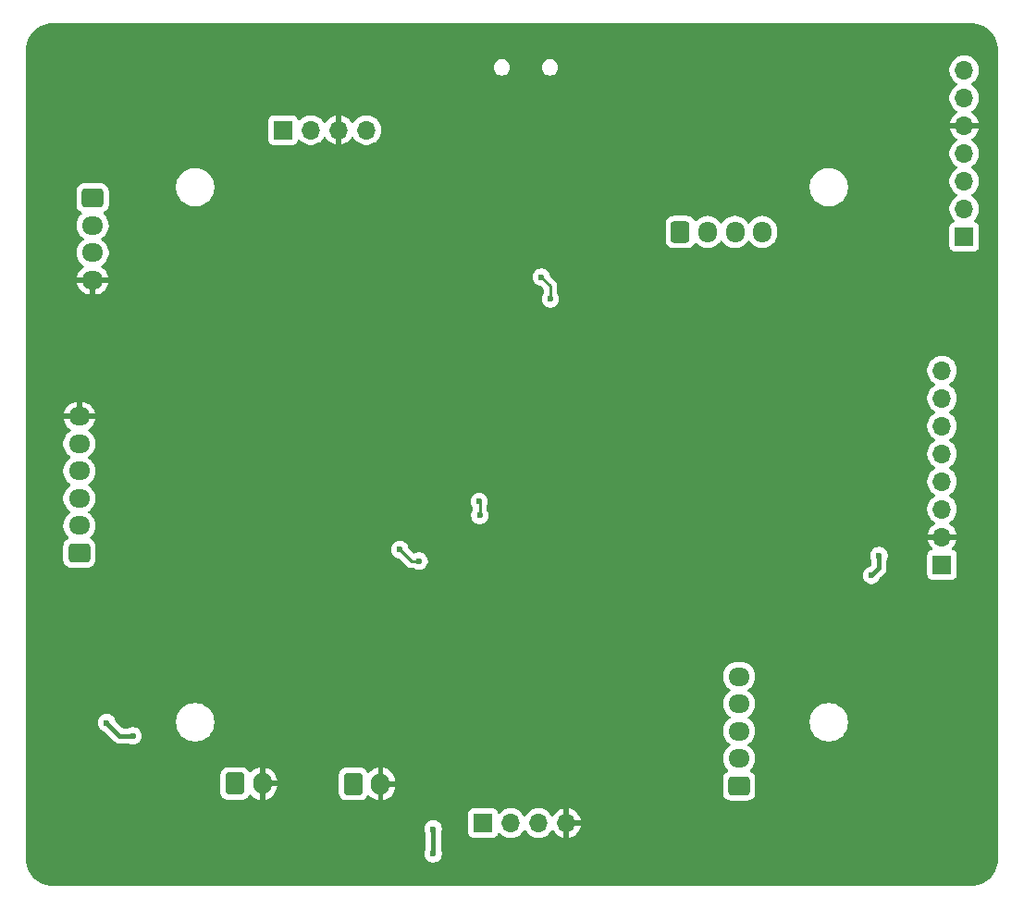
<source format=gbr>
%TF.GenerationSoftware,KiCad,Pcbnew,9.0.1*%
%TF.CreationDate,2025-05-06T12:52:45-06:00*%
%TF.ProjectId,TwylaBorck_2025_STM32F103_RobotBrain,5477796c-6142-46f7-9263-6b5f32303235,rev?*%
%TF.SameCoordinates,Original*%
%TF.FileFunction,Copper,L2,Bot*%
%TF.FilePolarity,Positive*%
%FSLAX46Y46*%
G04 Gerber Fmt 4.6, Leading zero omitted, Abs format (unit mm)*
G04 Created by KiCad (PCBNEW 9.0.1) date 2025-05-06 12:52:45*
%MOMM*%
%LPD*%
G01*
G04 APERTURE LIST*
G04 Aperture macros list*
%AMRoundRect*
0 Rectangle with rounded corners*
0 $1 Rounding radius*
0 $2 $3 $4 $5 $6 $7 $8 $9 X,Y pos of 4 corners*
0 Add a 4 corners polygon primitive as box body*
4,1,4,$2,$3,$4,$5,$6,$7,$8,$9,$2,$3,0*
0 Add four circle primitives for the rounded corners*
1,1,$1+$1,$2,$3*
1,1,$1+$1,$4,$5*
1,1,$1+$1,$6,$7*
1,1,$1+$1,$8,$9*
0 Add four rect primitives between the rounded corners*
20,1,$1+$1,$2,$3,$4,$5,0*
20,1,$1+$1,$4,$5,$6,$7,0*
20,1,$1+$1,$6,$7,$8,$9,0*
20,1,$1+$1,$8,$9,$2,$3,0*%
G04 Aperture macros list end*
%TA.AperFunction,ComponentPad*%
%ADD10RoundRect,0.250000X-0.600000X-0.750000X0.600000X-0.750000X0.600000X0.750000X-0.600000X0.750000X0*%
%TD*%
%TA.AperFunction,ComponentPad*%
%ADD11O,1.700000X2.000000*%
%TD*%
%TA.AperFunction,ComponentPad*%
%ADD12R,1.700000X1.700000*%
%TD*%
%TA.AperFunction,ComponentPad*%
%ADD13O,1.700000X1.700000*%
%TD*%
%TA.AperFunction,ComponentPad*%
%ADD14RoundRect,0.250000X0.725000X-0.600000X0.725000X0.600000X-0.725000X0.600000X-0.725000X-0.600000X0*%
%TD*%
%TA.AperFunction,ComponentPad*%
%ADD15O,1.950000X1.700000*%
%TD*%
%TA.AperFunction,ComponentPad*%
%ADD16RoundRect,0.250000X-0.725000X0.600000X-0.725000X-0.600000X0.725000X-0.600000X0.725000X0.600000X0*%
%TD*%
%TA.AperFunction,ComponentPad*%
%ADD17RoundRect,0.250000X-0.600000X-0.725000X0.600000X-0.725000X0.600000X0.725000X-0.600000X0.725000X0*%
%TD*%
%TA.AperFunction,ComponentPad*%
%ADD18O,1.700000X1.950000*%
%TD*%
%TA.AperFunction,ViaPad*%
%ADD19C,0.600000*%
%TD*%
%TA.AperFunction,Conductor*%
%ADD20C,0.254000*%
%TD*%
%TA.AperFunction,Conductor*%
%ADD21C,0.381000*%
%TD*%
G04 APERTURE END LIST*
D10*
%TO.P,J6,1,Pin_1*%
%TO.N,+3V3*%
X122580000Y-99900000D03*
D11*
%TO.P,J6,2,Pin_2*%
%TO.N,GND*%
X125080000Y-99900000D03*
%TD*%
D12*
%TO.P,J9,1,Pin_1*%
%TO.N,+3V3*%
X178500000Y-49800000D03*
D13*
%TO.P,J9,2,Pin_2*%
%TO.N,/PS2_SCK*%
X178500000Y-47260000D03*
%TO.P,J9,3,Pin_3*%
%TO.N,unconnected-(J9-Pin_3-Pad3)*%
X178500000Y-44720000D03*
%TO.P,J9,4,Pin_4*%
%TO.N,/PS2_CS*%
X178500000Y-42180000D03*
%TO.P,J9,5,Pin_5*%
%TO.N,GND*%
X178500000Y-39640000D03*
%TO.P,J9,6,Pin_6*%
%TO.N,/PS2_MISO*%
X178500000Y-37100000D03*
%TO.P,J9,7,Pin_7*%
%TO.N,/PS2_MOSI*%
X178500000Y-34560000D03*
%TD*%
D14*
%TO.P,J8,1,Pin_1*%
%TO.N,/E2A*%
X157890000Y-100070000D03*
D15*
%TO.P,J8,2,Pin_2*%
%TO.N,/E2B*%
X157890000Y-97570000D03*
%TO.P,J8,3,Pin_3*%
%TO.N,/E1A*%
X157890000Y-95070000D03*
%TO.P,J8,4,Pin_4*%
%TO.N,/E1B*%
X157890000Y-92570000D03*
%TO.P,J8,5,Pin_5*%
%TO.N,/PWR_ADC*%
X157890000Y-90070000D03*
%TD*%
D12*
%TO.P,J2,1,Pin_1*%
%TO.N,+5V*%
X176465000Y-79835000D03*
D13*
%TO.P,J2,2,Pin_2*%
%TO.N,GND*%
X176465000Y-77295000D03*
%TO.P,J2,3,Pin_3*%
%TO.N,/IMU_I2C_SCL*%
X176465000Y-74755000D03*
%TO.P,J2,4,Pin_4*%
%TO.N,/IMU_I2C_SDA*%
X176465000Y-72215000D03*
%TO.P,J2,5,Pin_5*%
%TO.N,unconnected-(J2-Pin_5-Pad5)*%
X176465000Y-69675000D03*
%TO.P,J2,6,Pin_6*%
%TO.N,unconnected-(J2-Pin_6-Pad6)*%
X176465000Y-67135000D03*
%TO.P,J2,7,Pin_7*%
%TO.N,unconnected-(J2-Pin_7-Pad7)*%
X176465000Y-64595000D03*
%TO.P,J2,8,Pin_8*%
%TO.N,/IMU_INT*%
X176465000Y-62055000D03*
%TD*%
D12*
%TO.P,J4,1,Pin_1*%
%TO.N,+3V3*%
X116160000Y-40040000D03*
D13*
%TO.P,J4,2,Pin_2*%
%TO.N,/SWCLK*%
X118700000Y-40040000D03*
%TO.P,J4,3,Pin_3*%
%TO.N,GND*%
X121240000Y-40040000D03*
%TO.P,J4,4,Pin_4*%
%TO.N,/SWDIO*%
X123780000Y-40040000D03*
%TD*%
D16*
%TO.P,J11,1,Pin_1*%
%TO.N,+3V3*%
X98720000Y-46270000D03*
D15*
%TO.P,J11,2,Pin_2*%
%TO.N,/USER_TX*%
X98720000Y-48770000D03*
%TO.P,J11,3,Pin_3*%
%TO.N,/USER_RX*%
X98720000Y-51270000D03*
%TO.P,J11,4,Pin_4*%
%TO.N,GND*%
X98720000Y-53770000D03*
%TD*%
D12*
%TO.P,J3,1,Pin_1*%
%TO.N,+5V*%
X134460000Y-103485000D03*
D13*
%TO.P,J3,2,Pin_2*%
%TO.N,/ULTRA_TRIG*%
X137000000Y-103485000D03*
%TO.P,J3,3,Pin_3*%
%TO.N,/ULTRA_ECHO*%
X139540000Y-103485000D03*
%TO.P,J3,4,Pin_4*%
%TO.N,GND*%
X142080000Y-103485000D03*
%TD*%
D17*
%TO.P,J7,1,Pin_1*%
%TO.N,/AN2*%
X152510000Y-49370000D03*
D18*
%TO.P,J7,2,Pin_2*%
%TO.N,/AN1*%
X155010000Y-49370000D03*
%TO.P,J7,3,Pin_3*%
%TO.N,/BN2*%
X157510000Y-49370000D03*
%TO.P,J7,4,Pin_4*%
%TO.N,/BN1*%
X160010000Y-49370000D03*
%TD*%
D10*
%TO.P,J5,1,Pin_1*%
%TO.N,+5V*%
X111750000Y-99875000D03*
D11*
%TO.P,J5,2,Pin_2*%
%TO.N,GND*%
X114250000Y-99875000D03*
%TD*%
D14*
%TO.P,J10,1,Pin_1*%
%TO.N,+3V3*%
X97510000Y-78760000D03*
D15*
%TO.P,J10,2,Pin_2*%
%TO.N,/X1*%
X97510000Y-76260000D03*
%TO.P,J10,3,Pin_3*%
%TO.N,/X2*%
X97510000Y-73760000D03*
%TO.P,J10,4,Pin_4*%
%TO.N,/X3*%
X97510000Y-71260000D03*
%TO.P,J10,5,Pin_5*%
%TO.N,/X4*%
X97510000Y-68760000D03*
%TO.P,J10,6,Pin_6*%
%TO.N,GND*%
X97510000Y-66260000D03*
%TD*%
D19*
%TO.N,+3V3*%
X128600000Y-79500000D03*
X134160000Y-75304000D03*
X134100000Y-74050000D03*
X126847500Y-78461242D03*
%TO.N,GND*%
X135300000Y-31060000D03*
X135310000Y-31970000D03*
X138320000Y-48630000D03*
X101550000Y-104940000D03*
X136780000Y-35480000D03*
X103700000Y-95400000D03*
X137200000Y-59890000D03*
X135310000Y-36460000D03*
X100250000Y-97140000D03*
X148430000Y-76280000D03*
X133260000Y-70570000D03*
X160490000Y-38990000D03*
X156300000Y-38970000D03*
X99400000Y-93300000D03*
X135310000Y-75730000D03*
X129900000Y-102700000D03*
X141240000Y-79920000D03*
X116610000Y-74610000D03*
X162820000Y-30550000D03*
X150070000Y-72380000D03*
X125700000Y-78200000D03*
X174000000Y-92900000D03*
X132070000Y-71580000D03*
X133640000Y-85390000D03*
X141410000Y-36420000D03*
X145110000Y-70690000D03*
X168700000Y-80600000D03*
X173350000Y-99580000D03*
X135300000Y-74000000D03*
X153880000Y-30560000D03*
X148580000Y-83950000D03*
X169900000Y-78000000D03*
X135220000Y-88640000D03*
X141420000Y-37150000D03*
X141430000Y-31900000D03*
X141430000Y-31090000D03*
X157700000Y-38950000D03*
X175680000Y-106180000D03*
X148460000Y-78570000D03*
X129500000Y-78800000D03*
X137960000Y-77270000D03*
X148070000Y-63560000D03*
X148400000Y-32585000D03*
X129900000Y-107600000D03*
X156420000Y-36240000D03*
X130690000Y-76070000D03*
X133510000Y-59260000D03*
X142390000Y-77290000D03*
X173990000Y-90010000D03*
X142300000Y-74080000D03*
X147470000Y-58420000D03*
X135310000Y-37250000D03*
X147170000Y-41280000D03*
%TO.N,+5V*%
X170700000Y-79000000D03*
X129900000Y-106300000D03*
X170000000Y-80800000D03*
X102400000Y-95500000D03*
X100000000Y-94300000D03*
X129900000Y-104036000D03*
%TO.N,/BL_WAKEUP*%
X140617000Y-55500000D03*
X139800000Y-53500000D03*
%TD*%
D20*
%TO.N,+3V3*%
X134160000Y-75304000D02*
X134160000Y-74110000D01*
X127886258Y-79500000D02*
X126847500Y-78461242D01*
X134160000Y-74110000D02*
X134100000Y-74050000D01*
X128600000Y-79500000D02*
X127886258Y-79500000D01*
D21*
%TO.N,+5V*%
X170700000Y-79000000D02*
X170700000Y-80100000D01*
X101200000Y-95500000D02*
X100000000Y-94300000D01*
X102400000Y-95500000D02*
X101200000Y-95500000D01*
X129900000Y-104036000D02*
X129900000Y-106300000D01*
X170700000Y-80100000D02*
X170000000Y-80800000D01*
D20*
%TO.N,/BL_WAKEUP*%
X140617000Y-55500000D02*
X140617000Y-54317000D01*
X140617000Y-54317000D02*
X139800000Y-53500000D01*
%TD*%
%TA.AperFunction,Conductor*%
%TO.N,GND*%
G36*
X179103736Y-30250727D02*
G01*
X179393796Y-30268272D01*
X179408657Y-30270076D01*
X179690797Y-30321781D01*
X179705334Y-30325364D01*
X179979182Y-30410699D01*
X179993163Y-30416001D01*
X180254732Y-30533724D01*
X180267987Y-30540681D01*
X180513458Y-30689072D01*
X180525776Y-30697574D01*
X180751573Y-30874474D01*
X180762781Y-30884404D01*
X180965595Y-31087219D01*
X180975525Y-31098427D01*
X181152422Y-31324218D01*
X181160928Y-31336541D01*
X181309315Y-31582004D01*
X181316274Y-31595263D01*
X181433996Y-31856832D01*
X181439305Y-31870833D01*
X181524634Y-32144664D01*
X181528218Y-32159202D01*
X181579922Y-32441340D01*
X181581727Y-32456205D01*
X181589097Y-32578033D01*
X181595513Y-32684110D01*
X181599274Y-32746274D01*
X181599500Y-32753761D01*
X181599500Y-106746250D01*
X181599274Y-106753737D01*
X181581728Y-107043795D01*
X181579923Y-107058660D01*
X181528219Y-107340798D01*
X181524635Y-107355336D01*
X181439304Y-107629175D01*
X181433994Y-107643177D01*
X181316277Y-107904731D01*
X181309319Y-107917989D01*
X181160928Y-108163459D01*
X181152422Y-108175782D01*
X180975525Y-108401573D01*
X180965595Y-108412781D01*
X180762781Y-108615596D01*
X180751573Y-108625526D01*
X180525782Y-108802422D01*
X180513458Y-108810928D01*
X180267987Y-108959319D01*
X180254730Y-108966277D01*
X179993176Y-109083994D01*
X179979174Y-109089304D01*
X179705335Y-109174635D01*
X179690797Y-109178219D01*
X179408659Y-109229923D01*
X179393794Y-109231728D01*
X179200701Y-109243408D01*
X179103712Y-109249275D01*
X179096240Y-109249501D01*
X95103752Y-109249501D01*
X95096265Y-109249275D01*
X94806205Y-109231729D01*
X94791340Y-109229924D01*
X94509202Y-109178220D01*
X94494664Y-109174636D01*
X94220832Y-109089307D01*
X94206831Y-109083998D01*
X93945263Y-108966276D01*
X93932004Y-108959317D01*
X93686540Y-108810929D01*
X93674217Y-108802423D01*
X93448426Y-108625527D01*
X93437218Y-108615597D01*
X93234403Y-108412782D01*
X93224473Y-108401574D01*
X93224472Y-108401573D01*
X93047572Y-108175777D01*
X93039074Y-108163466D01*
X92890679Y-107917989D01*
X92883724Y-107904737D01*
X92766001Y-107643168D01*
X92760692Y-107629167D01*
X92752095Y-107601579D01*
X92675362Y-107355335D01*
X92671779Y-107340798D01*
X92620075Y-107058660D01*
X92618270Y-107043795D01*
X92600726Y-106753752D01*
X92600500Y-106746265D01*
X92600500Y-103957153D01*
X129099500Y-103957153D01*
X129099500Y-104114846D01*
X129130261Y-104269489D01*
X129130264Y-104269501D01*
X129190603Y-104415174D01*
X129193475Y-104420546D01*
X129191317Y-104421699D01*
X129208980Y-104478108D01*
X129209000Y-104480322D01*
X129209000Y-105855677D01*
X129191724Y-105914509D01*
X129193479Y-105915447D01*
X129190602Y-105920828D01*
X129130264Y-106066498D01*
X129130261Y-106066510D01*
X129099500Y-106221153D01*
X129099500Y-106378846D01*
X129130261Y-106533489D01*
X129130264Y-106533501D01*
X129190602Y-106679172D01*
X129190609Y-106679185D01*
X129278210Y-106810288D01*
X129278213Y-106810292D01*
X129389707Y-106921786D01*
X129389711Y-106921789D01*
X129520814Y-107009390D01*
X129520827Y-107009397D01*
X129666498Y-107069735D01*
X129666503Y-107069737D01*
X129821153Y-107100499D01*
X129821156Y-107100500D01*
X129821158Y-107100500D01*
X129978844Y-107100500D01*
X129978845Y-107100499D01*
X130133497Y-107069737D01*
X130279179Y-107009394D01*
X130410289Y-106921789D01*
X130521789Y-106810289D01*
X130609394Y-106679179D01*
X130669737Y-106533497D01*
X130700500Y-106378842D01*
X130700500Y-106221158D01*
X130700500Y-106221155D01*
X130700499Y-106221153D01*
X130669738Y-106066510D01*
X130669737Y-106066503D01*
X130609394Y-105920821D01*
X130609390Y-105920815D01*
X130606521Y-105915447D01*
X130608676Y-105914294D01*
X130591019Y-105857869D01*
X130591000Y-105855677D01*
X130591000Y-104480322D01*
X130608277Y-104421482D01*
X130606525Y-104420546D01*
X130609390Y-104415184D01*
X130609394Y-104415179D01*
X130669737Y-104269497D01*
X130700500Y-104114842D01*
X130700500Y-103957158D01*
X130700500Y-103957155D01*
X130700499Y-103957153D01*
X130669738Y-103802510D01*
X130669737Y-103802503D01*
X130669167Y-103801126D01*
X130609397Y-103656827D01*
X130609390Y-103656814D01*
X130521789Y-103525711D01*
X130521786Y-103525707D01*
X130410292Y-103414213D01*
X130410288Y-103414210D01*
X130279185Y-103326609D01*
X130279172Y-103326602D01*
X130133501Y-103266264D01*
X130133489Y-103266261D01*
X129978845Y-103235500D01*
X129978842Y-103235500D01*
X129821158Y-103235500D01*
X129821155Y-103235500D01*
X129666510Y-103266261D01*
X129666498Y-103266264D01*
X129520827Y-103326602D01*
X129520814Y-103326609D01*
X129389711Y-103414210D01*
X129389707Y-103414213D01*
X129278213Y-103525707D01*
X129278210Y-103525711D01*
X129190609Y-103656814D01*
X129190602Y-103656827D01*
X129130264Y-103802498D01*
X129130261Y-103802510D01*
X129099500Y-103957153D01*
X92600500Y-103957153D01*
X92600500Y-102587135D01*
X133109500Y-102587135D01*
X133109500Y-104382870D01*
X133109501Y-104382876D01*
X133115908Y-104442483D01*
X133166202Y-104577328D01*
X133166206Y-104577335D01*
X133252452Y-104692544D01*
X133252455Y-104692547D01*
X133367664Y-104778793D01*
X133367671Y-104778797D01*
X133502517Y-104829091D01*
X133502516Y-104829091D01*
X133509444Y-104829835D01*
X133562127Y-104835500D01*
X135357872Y-104835499D01*
X135417483Y-104829091D01*
X135552331Y-104778796D01*
X135667546Y-104692546D01*
X135753796Y-104577331D01*
X135802810Y-104445916D01*
X135844681Y-104389984D01*
X135910145Y-104365566D01*
X135978418Y-104380417D01*
X136006673Y-104401569D01*
X136120213Y-104515109D01*
X136292179Y-104640048D01*
X136292181Y-104640049D01*
X136292184Y-104640051D01*
X136481588Y-104736557D01*
X136683757Y-104802246D01*
X136893713Y-104835500D01*
X136893714Y-104835500D01*
X137106286Y-104835500D01*
X137106287Y-104835500D01*
X137316243Y-104802246D01*
X137518412Y-104736557D01*
X137707816Y-104640051D01*
X137794138Y-104577335D01*
X137879786Y-104515109D01*
X137879788Y-104515106D01*
X137879792Y-104515104D01*
X138030104Y-104364792D01*
X138030106Y-104364788D01*
X138030109Y-104364786D01*
X138155048Y-104192820D01*
X138155047Y-104192820D01*
X138155051Y-104192816D01*
X138159514Y-104184054D01*
X138207488Y-104133259D01*
X138275308Y-104116463D01*
X138341444Y-104138999D01*
X138380486Y-104184056D01*
X138384951Y-104192820D01*
X138509890Y-104364786D01*
X138660213Y-104515109D01*
X138832179Y-104640048D01*
X138832181Y-104640049D01*
X138832184Y-104640051D01*
X139021588Y-104736557D01*
X139223757Y-104802246D01*
X139433713Y-104835500D01*
X139433714Y-104835500D01*
X139646286Y-104835500D01*
X139646287Y-104835500D01*
X139856243Y-104802246D01*
X140058412Y-104736557D01*
X140247816Y-104640051D01*
X140334138Y-104577335D01*
X140419786Y-104515109D01*
X140419788Y-104515106D01*
X140419792Y-104515104D01*
X140570104Y-104364792D01*
X140570106Y-104364788D01*
X140570109Y-104364786D01*
X140695048Y-104192820D01*
X140695051Y-104192816D01*
X140699793Y-104183508D01*
X140747763Y-104132711D01*
X140815583Y-104115911D01*
X140881719Y-104138445D01*
X140920763Y-104183500D01*
X140925377Y-104192555D01*
X141050272Y-104364459D01*
X141050276Y-104364464D01*
X141200535Y-104514723D01*
X141200540Y-104514727D01*
X141372442Y-104639620D01*
X141561782Y-104736095D01*
X141763871Y-104801757D01*
X141830000Y-104812231D01*
X141830000Y-103918012D01*
X141887007Y-103950925D01*
X142014174Y-103985000D01*
X142145826Y-103985000D01*
X142272993Y-103950925D01*
X142330000Y-103918012D01*
X142330000Y-104812230D01*
X142396126Y-104801757D01*
X142396129Y-104801757D01*
X142598217Y-104736095D01*
X142787557Y-104639620D01*
X142959459Y-104514727D01*
X142959464Y-104514723D01*
X143109723Y-104364464D01*
X143109727Y-104364459D01*
X143234620Y-104192557D01*
X143331095Y-104003217D01*
X143396757Y-103801129D01*
X143396757Y-103801126D01*
X143407231Y-103735000D01*
X142513012Y-103735000D01*
X142545925Y-103677993D01*
X142580000Y-103550826D01*
X142580000Y-103419174D01*
X142545925Y-103292007D01*
X142513012Y-103235000D01*
X143407231Y-103235000D01*
X143396757Y-103168873D01*
X143396757Y-103168870D01*
X143331095Y-102966782D01*
X143234620Y-102777442D01*
X143109727Y-102605540D01*
X143109723Y-102605535D01*
X142959464Y-102455276D01*
X142959459Y-102455272D01*
X142787557Y-102330379D01*
X142598215Y-102233903D01*
X142396124Y-102168241D01*
X142330000Y-102157768D01*
X142330000Y-103051988D01*
X142272993Y-103019075D01*
X142145826Y-102985000D01*
X142014174Y-102985000D01*
X141887007Y-103019075D01*
X141830000Y-103051988D01*
X141830000Y-102157768D01*
X141829999Y-102157768D01*
X141763875Y-102168241D01*
X141561784Y-102233903D01*
X141372442Y-102330379D01*
X141200540Y-102455272D01*
X141200535Y-102455276D01*
X141050276Y-102605535D01*
X141050272Y-102605540D01*
X140925378Y-102777443D01*
X140920762Y-102786502D01*
X140872784Y-102837295D01*
X140804963Y-102854087D01*
X140738829Y-102831546D01*
X140699794Y-102786493D01*
X140695051Y-102777184D01*
X140695049Y-102777181D01*
X140695048Y-102777179D01*
X140570109Y-102605213D01*
X140419786Y-102454890D01*
X140247820Y-102329951D01*
X140058414Y-102233444D01*
X140058413Y-102233443D01*
X140058412Y-102233443D01*
X139856243Y-102167754D01*
X139856241Y-102167753D01*
X139856240Y-102167753D01*
X139694957Y-102142208D01*
X139646287Y-102134500D01*
X139433713Y-102134500D01*
X139385042Y-102142208D01*
X139223760Y-102167753D01*
X139021585Y-102233444D01*
X138832179Y-102329951D01*
X138660213Y-102454890D01*
X138509890Y-102605213D01*
X138384949Y-102777182D01*
X138380484Y-102785946D01*
X138332509Y-102836742D01*
X138264688Y-102853536D01*
X138198553Y-102830998D01*
X138159516Y-102785946D01*
X138155050Y-102777182D01*
X138030109Y-102605213D01*
X137879786Y-102454890D01*
X137707820Y-102329951D01*
X137518414Y-102233444D01*
X137518413Y-102233443D01*
X137518412Y-102233443D01*
X137316243Y-102167754D01*
X137316241Y-102167753D01*
X137316240Y-102167753D01*
X137154957Y-102142208D01*
X137106287Y-102134500D01*
X136893713Y-102134500D01*
X136845042Y-102142208D01*
X136683760Y-102167753D01*
X136481585Y-102233444D01*
X136292179Y-102329951D01*
X136120215Y-102454889D01*
X136006673Y-102568431D01*
X135945350Y-102601915D01*
X135875658Y-102596931D01*
X135819725Y-102555059D01*
X135802810Y-102524082D01*
X135753797Y-102392671D01*
X135753793Y-102392664D01*
X135667547Y-102277455D01*
X135667544Y-102277452D01*
X135552335Y-102191206D01*
X135552328Y-102191202D01*
X135417482Y-102140908D01*
X135417483Y-102140908D01*
X135357883Y-102134501D01*
X135357881Y-102134500D01*
X135357873Y-102134500D01*
X135357864Y-102134500D01*
X133562129Y-102134500D01*
X133562123Y-102134501D01*
X133502516Y-102140908D01*
X133367671Y-102191202D01*
X133367664Y-102191206D01*
X133252455Y-102277452D01*
X133252452Y-102277455D01*
X133166206Y-102392664D01*
X133166202Y-102392671D01*
X133115908Y-102527517D01*
X133109501Y-102587116D01*
X133109500Y-102587135D01*
X92600500Y-102587135D01*
X92600500Y-99074983D01*
X110399500Y-99074983D01*
X110399500Y-100675001D01*
X110399501Y-100675018D01*
X110410000Y-100777796D01*
X110410001Y-100777799D01*
X110465185Y-100944331D01*
X110465186Y-100944334D01*
X110557288Y-101093656D01*
X110681344Y-101217712D01*
X110830666Y-101309814D01*
X110997203Y-101364999D01*
X111099991Y-101375500D01*
X112400008Y-101375499D01*
X112502797Y-101364999D01*
X112669334Y-101309814D01*
X112818656Y-101217712D01*
X112942712Y-101093656D01*
X113034814Y-100944334D01*
X113034814Y-100944331D01*
X113038448Y-100938441D01*
X113090395Y-100891716D01*
X113159358Y-100880493D01*
X113223440Y-100908336D01*
X113231668Y-100915856D01*
X113370535Y-101054723D01*
X113370540Y-101054727D01*
X113542442Y-101179620D01*
X113731782Y-101276095D01*
X113933871Y-101341757D01*
X114000000Y-101352231D01*
X114000000Y-100308012D01*
X114057007Y-100340925D01*
X114184174Y-100375000D01*
X114315826Y-100375000D01*
X114442993Y-100340925D01*
X114500000Y-100308012D01*
X114500000Y-101352230D01*
X114566126Y-101341757D01*
X114566129Y-101341757D01*
X114768217Y-101276095D01*
X114957557Y-101179620D01*
X115129459Y-101054727D01*
X115129464Y-101054723D01*
X115279723Y-100904464D01*
X115279727Y-100904459D01*
X115404620Y-100732557D01*
X115501095Y-100543217D01*
X115566757Y-100341130D01*
X115566757Y-100341127D01*
X115600000Y-100131246D01*
X115600000Y-100125000D01*
X114683012Y-100125000D01*
X114715925Y-100067993D01*
X114750000Y-99940826D01*
X114750000Y-99809174D01*
X114715925Y-99682007D01*
X114683012Y-99625000D01*
X115600000Y-99625000D01*
X115600000Y-99618753D01*
X115566757Y-99408872D01*
X115566757Y-99408869D01*
X115501094Y-99206780D01*
X115473758Y-99153130D01*
X115473757Y-99153129D01*
X115446677Y-99099983D01*
X121229500Y-99099983D01*
X121229500Y-100700001D01*
X121229501Y-100700018D01*
X121240000Y-100802796D01*
X121240001Y-100802799D01*
X121273690Y-100904464D01*
X121295186Y-100969334D01*
X121387288Y-101118656D01*
X121511344Y-101242712D01*
X121660666Y-101334814D01*
X121827203Y-101389999D01*
X121929991Y-101400500D01*
X123230008Y-101400499D01*
X123332797Y-101389999D01*
X123499334Y-101334814D01*
X123648656Y-101242712D01*
X123772712Y-101118656D01*
X123864814Y-100969334D01*
X123864814Y-100969331D01*
X123868448Y-100963441D01*
X123920395Y-100916716D01*
X123989358Y-100905493D01*
X124053440Y-100933336D01*
X124061668Y-100940856D01*
X124200535Y-101079723D01*
X124200540Y-101079727D01*
X124372442Y-101204620D01*
X124561782Y-101301095D01*
X124763871Y-101366757D01*
X124830000Y-101377231D01*
X124830000Y-100333012D01*
X124887007Y-100365925D01*
X125014174Y-100400000D01*
X125145826Y-100400000D01*
X125272993Y-100365925D01*
X125330000Y-100333012D01*
X125330000Y-101377230D01*
X125396126Y-101366757D01*
X125396129Y-101366757D01*
X125598217Y-101301095D01*
X125787557Y-101204620D01*
X125959459Y-101079727D01*
X125959464Y-101079723D01*
X126109723Y-100929464D01*
X126109727Y-100929459D01*
X126234620Y-100757557D01*
X126331095Y-100568217D01*
X126396757Y-100366130D01*
X126396757Y-100366127D01*
X126430000Y-100156246D01*
X126430000Y-100150000D01*
X125513012Y-100150000D01*
X125545925Y-100092993D01*
X125580000Y-99965826D01*
X125580000Y-99834174D01*
X125545925Y-99707007D01*
X125513012Y-99650000D01*
X126430000Y-99650000D01*
X126430000Y-99643753D01*
X126396757Y-99433872D01*
X126396757Y-99433869D01*
X126331095Y-99231782D01*
X126234620Y-99042442D01*
X126109727Y-98870540D01*
X126109723Y-98870535D01*
X125959464Y-98720276D01*
X125959459Y-98720272D01*
X125787557Y-98595379D01*
X125598215Y-98498903D01*
X125396124Y-98433241D01*
X125330000Y-98422768D01*
X125330000Y-99466988D01*
X125272993Y-99434075D01*
X125145826Y-99400000D01*
X125014174Y-99400000D01*
X124887007Y-99434075D01*
X124830000Y-99466988D01*
X124830000Y-98422768D01*
X124829999Y-98422768D01*
X124763875Y-98433241D01*
X124561784Y-98498903D01*
X124372442Y-98595379D01*
X124200541Y-98720271D01*
X124061668Y-98859144D01*
X124000345Y-98892628D01*
X123930653Y-98887644D01*
X123874720Y-98845772D01*
X123868448Y-98836558D01*
X123799670Y-98725051D01*
X123772712Y-98681344D01*
X123648656Y-98557288D01*
X123499334Y-98465186D01*
X123332797Y-98410001D01*
X123332795Y-98410000D01*
X123230010Y-98399500D01*
X121929998Y-98399500D01*
X121929981Y-98399501D01*
X121827203Y-98410000D01*
X121827200Y-98410001D01*
X121660668Y-98465185D01*
X121660663Y-98465187D01*
X121511342Y-98557289D01*
X121387289Y-98681342D01*
X121295187Y-98830663D01*
X121295185Y-98830668D01*
X121276305Y-98887644D01*
X121240001Y-98997203D01*
X121240001Y-98997204D01*
X121240000Y-98997204D01*
X121229500Y-99099983D01*
X115446677Y-99099983D01*
X115404620Y-99017442D01*
X115279727Y-98845540D01*
X115279723Y-98845535D01*
X115129464Y-98695276D01*
X115129459Y-98695272D01*
X114957557Y-98570379D01*
X114768215Y-98473903D01*
X114566124Y-98408241D01*
X114500000Y-98397768D01*
X114500000Y-99441988D01*
X114442993Y-99409075D01*
X114315826Y-99375000D01*
X114184174Y-99375000D01*
X114057007Y-99409075D01*
X114000000Y-99441988D01*
X114000000Y-98397768D01*
X113999999Y-98397768D01*
X113933875Y-98408241D01*
X113731784Y-98473903D01*
X113542442Y-98570379D01*
X113370541Y-98695271D01*
X113231668Y-98834144D01*
X113170345Y-98867628D01*
X113100653Y-98862644D01*
X113044720Y-98820772D01*
X113038448Y-98811558D01*
X112985272Y-98725346D01*
X112942712Y-98656344D01*
X112818656Y-98532288D01*
X112669334Y-98440186D01*
X112502797Y-98385001D01*
X112502795Y-98385000D01*
X112400010Y-98374500D01*
X111099998Y-98374500D01*
X111099981Y-98374501D01*
X110997203Y-98385000D01*
X110997200Y-98385001D01*
X110830668Y-98440185D01*
X110830663Y-98440187D01*
X110681342Y-98532289D01*
X110557289Y-98656342D01*
X110465187Y-98805663D01*
X110465185Y-98805668D01*
X110443689Y-98870540D01*
X110410001Y-98972203D01*
X110410001Y-98972204D01*
X110410000Y-98972204D01*
X110399500Y-99074983D01*
X92600500Y-99074983D01*
X92600500Y-94221153D01*
X99199500Y-94221153D01*
X99199500Y-94378846D01*
X99230261Y-94533489D01*
X99230264Y-94533501D01*
X99290602Y-94679172D01*
X99290609Y-94679185D01*
X99378210Y-94810288D01*
X99378213Y-94810292D01*
X99489707Y-94921786D01*
X99489711Y-94921789D01*
X99620814Y-95009390D01*
X99620823Y-95009395D01*
X99766503Y-95069737D01*
X99772325Y-95071503D01*
X99771612Y-95073851D01*
X99823964Y-95101214D01*
X99825571Y-95102793D01*
X100759507Y-96036730D01*
X100759514Y-96036736D01*
X100872687Y-96112355D01*
X100872690Y-96112357D01*
X100998438Y-96164443D01*
X100998443Y-96164445D01*
X100998447Y-96164445D01*
X100998448Y-96164446D01*
X101131939Y-96191000D01*
X101131942Y-96191000D01*
X101955677Y-96191000D01*
X102014509Y-96208275D01*
X102015447Y-96206521D01*
X102020815Y-96209390D01*
X102020821Y-96209394D01*
X102020827Y-96209396D01*
X102020828Y-96209397D01*
X102166498Y-96269735D01*
X102166503Y-96269737D01*
X102295398Y-96295376D01*
X102321153Y-96300499D01*
X102321156Y-96300500D01*
X102321158Y-96300500D01*
X102478844Y-96300500D01*
X102478845Y-96300499D01*
X102633497Y-96269737D01*
X102779179Y-96209394D01*
X102910289Y-96121789D01*
X103021789Y-96010289D01*
X103109394Y-95879179D01*
X103169737Y-95733497D01*
X103200500Y-95578842D01*
X103200500Y-95421158D01*
X103200500Y-95421155D01*
X103200499Y-95421153D01*
X103169738Y-95266510D01*
X103169737Y-95266503D01*
X103132369Y-95176287D01*
X103109397Y-95120827D01*
X103109390Y-95120814D01*
X103021789Y-94989711D01*
X103021786Y-94989707D01*
X102910292Y-94878213D01*
X102910288Y-94878210D01*
X102779185Y-94790609D01*
X102779172Y-94790602D01*
X102633501Y-94730264D01*
X102633489Y-94730261D01*
X102478845Y-94699500D01*
X102478842Y-94699500D01*
X102321158Y-94699500D01*
X102321155Y-94699500D01*
X102166510Y-94730261D01*
X102166498Y-94730264D01*
X102020828Y-94790602D01*
X102015447Y-94793479D01*
X102014294Y-94791323D01*
X101957869Y-94808981D01*
X101955677Y-94809000D01*
X101537584Y-94809000D01*
X101470545Y-94789315D01*
X101449903Y-94772681D01*
X100812481Y-94135259D01*
X106349500Y-94135259D01*
X106349500Y-94364742D01*
X106371717Y-94533489D01*
X106379452Y-94592239D01*
X106437527Y-94808981D01*
X106438842Y-94813888D01*
X106526650Y-95025877D01*
X106526657Y-95025891D01*
X106552991Y-95071503D01*
X106613487Y-95176286D01*
X106641392Y-95224618D01*
X106781081Y-95406662D01*
X106781089Y-95406671D01*
X106943330Y-95568912D01*
X106943338Y-95568919D01*
X107125382Y-95708608D01*
X107125385Y-95708609D01*
X107125388Y-95708612D01*
X107324112Y-95823345D01*
X107324117Y-95823347D01*
X107324123Y-95823350D01*
X107415480Y-95861191D01*
X107536113Y-95911159D01*
X107757762Y-95970549D01*
X107985266Y-96000501D01*
X107985273Y-96000501D01*
X108214727Y-96000501D01*
X108214734Y-96000501D01*
X108442238Y-95970549D01*
X108663887Y-95911159D01*
X108875888Y-95823345D01*
X109074612Y-95708612D01*
X109256661Y-95568920D01*
X109256665Y-95568915D01*
X109256670Y-95568912D01*
X109418911Y-95406671D01*
X109418914Y-95406666D01*
X109418919Y-95406662D01*
X109558611Y-95224613D01*
X109673344Y-95025889D01*
X109761158Y-94813888D01*
X109820548Y-94592239D01*
X109850500Y-94364735D01*
X109850500Y-94135267D01*
X109820548Y-93907763D01*
X109761158Y-93686114D01*
X109696602Y-93530263D01*
X109673349Y-93474124D01*
X109673346Y-93474118D01*
X109673344Y-93474113D01*
X109558611Y-93275389D01*
X109558608Y-93275386D01*
X109558607Y-93275383D01*
X109418918Y-93093339D01*
X109418911Y-93093331D01*
X109256670Y-92931090D01*
X109256661Y-92931082D01*
X109074617Y-92791393D01*
X108875890Y-92676658D01*
X108875876Y-92676651D01*
X108663887Y-92588843D01*
X108442238Y-92529453D01*
X108404215Y-92524447D01*
X108214741Y-92499501D01*
X108214734Y-92499501D01*
X107985266Y-92499501D01*
X107985258Y-92499501D01*
X107768715Y-92528010D01*
X107757762Y-92529453D01*
X107664076Y-92554555D01*
X107536112Y-92588843D01*
X107324123Y-92676651D01*
X107324109Y-92676658D01*
X107125382Y-92791393D01*
X106943338Y-92931082D01*
X106781081Y-93093339D01*
X106641392Y-93275383D01*
X106526657Y-93474110D01*
X106526650Y-93474124D01*
X106438842Y-93686113D01*
X106379453Y-93907760D01*
X106379451Y-93907771D01*
X106349500Y-94135259D01*
X100812481Y-94135259D01*
X100802793Y-94125571D01*
X100773403Y-94071748D01*
X100771503Y-94072325D01*
X100769737Y-94066503D01*
X100709395Y-93920823D01*
X100709390Y-93920814D01*
X100621789Y-93789711D01*
X100621786Y-93789707D01*
X100510292Y-93678213D01*
X100510288Y-93678210D01*
X100379185Y-93590609D01*
X100379172Y-93590602D01*
X100233501Y-93530264D01*
X100233489Y-93530261D01*
X100078845Y-93499500D01*
X100078842Y-93499500D01*
X99921158Y-93499500D01*
X99921155Y-93499500D01*
X99766510Y-93530261D01*
X99766498Y-93530264D01*
X99620827Y-93590602D01*
X99620814Y-93590609D01*
X99489711Y-93678210D01*
X99489707Y-93678213D01*
X99378213Y-93789707D01*
X99378210Y-93789711D01*
X99290609Y-93920814D01*
X99290602Y-93920827D01*
X99230264Y-94066498D01*
X99230261Y-94066510D01*
X99199500Y-94221153D01*
X92600500Y-94221153D01*
X92600500Y-89963713D01*
X156414500Y-89963713D01*
X156414500Y-90176286D01*
X156447753Y-90386239D01*
X156513444Y-90588414D01*
X156609951Y-90777820D01*
X156734890Y-90949786D01*
X156885209Y-91100105D01*
X156885214Y-91100109D01*
X157049793Y-91219682D01*
X157092459Y-91275011D01*
X157098438Y-91344625D01*
X157065833Y-91406420D01*
X157049793Y-91420318D01*
X156885214Y-91539890D01*
X156885209Y-91539894D01*
X156734890Y-91690213D01*
X156609951Y-91862179D01*
X156513444Y-92051585D01*
X156447753Y-92253760D01*
X156414500Y-92463713D01*
X156414500Y-92676286D01*
X156447753Y-92886239D01*
X156513444Y-93088414D01*
X156609951Y-93277820D01*
X156734890Y-93449786D01*
X156885209Y-93600105D01*
X156885214Y-93600109D01*
X157049793Y-93719682D01*
X157092459Y-93775011D01*
X157098438Y-93844625D01*
X157065833Y-93906420D01*
X157049793Y-93920318D01*
X156885214Y-94039890D01*
X156885209Y-94039894D01*
X156734890Y-94190213D01*
X156609951Y-94362179D01*
X156513444Y-94551585D01*
X156447753Y-94753760D01*
X156428042Y-94878210D01*
X156414500Y-94963713D01*
X156414500Y-95176287D01*
X156447754Y-95386243D01*
X156510334Y-95578844D01*
X156513444Y-95588414D01*
X156609951Y-95777820D01*
X156734890Y-95949786D01*
X156885209Y-96100105D01*
X156885214Y-96100109D01*
X157049793Y-96219682D01*
X157092459Y-96275011D01*
X157098438Y-96344625D01*
X157065833Y-96406420D01*
X157049793Y-96420318D01*
X156885214Y-96539890D01*
X156885209Y-96539894D01*
X156734890Y-96690213D01*
X156609951Y-96862179D01*
X156513444Y-97051585D01*
X156447753Y-97253760D01*
X156414500Y-97463713D01*
X156414500Y-97676286D01*
X156447753Y-97886239D01*
X156513444Y-98088414D01*
X156609951Y-98277820D01*
X156734890Y-98449786D01*
X156873705Y-98588601D01*
X156907190Y-98649924D01*
X156902206Y-98719616D01*
X156860334Y-98775549D01*
X156851121Y-98781821D01*
X156696342Y-98877289D01*
X156572289Y-99001342D01*
X156480187Y-99150663D01*
X156480185Y-99150668D01*
X156461592Y-99206780D01*
X156425001Y-99317203D01*
X156425001Y-99317204D01*
X156425000Y-99317204D01*
X156414500Y-99419983D01*
X156414500Y-100720001D01*
X156414501Y-100720018D01*
X156425000Y-100822796D01*
X156425001Y-100822799D01*
X156464122Y-100940856D01*
X156480186Y-100989334D01*
X156572288Y-101138656D01*
X156696344Y-101262712D01*
X156845666Y-101354814D01*
X157012203Y-101409999D01*
X157114991Y-101420500D01*
X158665008Y-101420499D01*
X158767797Y-101409999D01*
X158934334Y-101354814D01*
X159083656Y-101262712D01*
X159207712Y-101138656D01*
X159299814Y-100989334D01*
X159354999Y-100822797D01*
X159365500Y-100720009D01*
X159365499Y-99419992D01*
X159354999Y-99317203D01*
X159299814Y-99150666D01*
X159207712Y-99001344D01*
X159083656Y-98877288D01*
X158934334Y-98785186D01*
X158934333Y-98785185D01*
X158928878Y-98781821D01*
X158882154Y-98729873D01*
X158870931Y-98660910D01*
X158898775Y-98596828D01*
X158906272Y-98588623D01*
X159045104Y-98449792D01*
X159052083Y-98440187D01*
X159170048Y-98277820D01*
X159170047Y-98277820D01*
X159170051Y-98277816D01*
X159266557Y-98088412D01*
X159332246Y-97886243D01*
X159365500Y-97676287D01*
X159365500Y-97463713D01*
X159332246Y-97253757D01*
X159266557Y-97051588D01*
X159170051Y-96862184D01*
X159170049Y-96862181D01*
X159170048Y-96862179D01*
X159045109Y-96690213D01*
X158894792Y-96539896D01*
X158894784Y-96539890D01*
X158730204Y-96420316D01*
X158687540Y-96364989D01*
X158681561Y-96295376D01*
X158714166Y-96233580D01*
X158730199Y-96219686D01*
X158894792Y-96100104D01*
X159045104Y-95949792D01*
X159045106Y-95949788D01*
X159045109Y-95949786D01*
X159170048Y-95777820D01*
X159170047Y-95777820D01*
X159170051Y-95777816D01*
X159266557Y-95588412D01*
X159332246Y-95386243D01*
X159365500Y-95176287D01*
X159365500Y-94963713D01*
X159332246Y-94753757D01*
X159266557Y-94551588D01*
X159170051Y-94362184D01*
X159170049Y-94362181D01*
X159170048Y-94362179D01*
X159055193Y-94204093D01*
X159045109Y-94190214D01*
X159045105Y-94190209D01*
X158990155Y-94135259D01*
X164349500Y-94135259D01*
X164349500Y-94364742D01*
X164371717Y-94533489D01*
X164379452Y-94592239D01*
X164437527Y-94808981D01*
X164438842Y-94813888D01*
X164526650Y-95025877D01*
X164526657Y-95025891D01*
X164552991Y-95071503D01*
X164613487Y-95176286D01*
X164641392Y-95224618D01*
X164781081Y-95406662D01*
X164781089Y-95406671D01*
X164943330Y-95568912D01*
X164943338Y-95568919D01*
X165125382Y-95708608D01*
X165125385Y-95708609D01*
X165125388Y-95708612D01*
X165324112Y-95823345D01*
X165324117Y-95823347D01*
X165324123Y-95823350D01*
X165415480Y-95861191D01*
X165536113Y-95911159D01*
X165757762Y-95970549D01*
X165985266Y-96000501D01*
X165985273Y-96000501D01*
X166214727Y-96000501D01*
X166214734Y-96000501D01*
X166442238Y-95970549D01*
X166663887Y-95911159D01*
X166875888Y-95823345D01*
X167074612Y-95708612D01*
X167256661Y-95568920D01*
X167256665Y-95568915D01*
X167256670Y-95568912D01*
X167418911Y-95406671D01*
X167418914Y-95406666D01*
X167418919Y-95406662D01*
X167558611Y-95224613D01*
X167673344Y-95025889D01*
X167761158Y-94813888D01*
X167820548Y-94592239D01*
X167850500Y-94364735D01*
X167850500Y-94135267D01*
X167820548Y-93907763D01*
X167761158Y-93686114D01*
X167696602Y-93530263D01*
X167673349Y-93474124D01*
X167673346Y-93474118D01*
X167673344Y-93474113D01*
X167558611Y-93275389D01*
X167558608Y-93275386D01*
X167558607Y-93275383D01*
X167418918Y-93093339D01*
X167418911Y-93093331D01*
X167256670Y-92931090D01*
X167256661Y-92931082D01*
X167074617Y-92791393D01*
X166875890Y-92676658D01*
X166875876Y-92676651D01*
X166663887Y-92588843D01*
X166442238Y-92529453D01*
X166404215Y-92524447D01*
X166214741Y-92499501D01*
X166214734Y-92499501D01*
X165985266Y-92499501D01*
X165985258Y-92499501D01*
X165768715Y-92528010D01*
X165757762Y-92529453D01*
X165664076Y-92554555D01*
X165536112Y-92588843D01*
X165324123Y-92676651D01*
X165324109Y-92676658D01*
X165125382Y-92791393D01*
X164943338Y-92931082D01*
X164781081Y-93093339D01*
X164641392Y-93275383D01*
X164526657Y-93474110D01*
X164526650Y-93474124D01*
X164438842Y-93686113D01*
X164379453Y-93907760D01*
X164379451Y-93907771D01*
X164349500Y-94135259D01*
X158990155Y-94135259D01*
X158894792Y-94039896D01*
X158884520Y-94032433D01*
X158730204Y-93920316D01*
X158687540Y-93864989D01*
X158681561Y-93795376D01*
X158714166Y-93733580D01*
X158730199Y-93719686D01*
X158894792Y-93600104D01*
X159045104Y-93449792D01*
X159045106Y-93449788D01*
X159045109Y-93449786D01*
X159170048Y-93277820D01*
X159170047Y-93277820D01*
X159170051Y-93277816D01*
X159266557Y-93088412D01*
X159332246Y-92886243D01*
X159365500Y-92676287D01*
X159365500Y-92463713D01*
X159332246Y-92253757D01*
X159266557Y-92051588D01*
X159170051Y-91862184D01*
X159170049Y-91862181D01*
X159170048Y-91862179D01*
X159045109Y-91690213D01*
X158894792Y-91539896D01*
X158894784Y-91539890D01*
X158730204Y-91420316D01*
X158687540Y-91364989D01*
X158681561Y-91295376D01*
X158714166Y-91233580D01*
X158730199Y-91219686D01*
X158894792Y-91100104D01*
X159045104Y-90949792D01*
X159045106Y-90949788D01*
X159045109Y-90949786D01*
X159170048Y-90777820D01*
X159170047Y-90777820D01*
X159170051Y-90777816D01*
X159266557Y-90588412D01*
X159332246Y-90386243D01*
X159365500Y-90176287D01*
X159365500Y-89963713D01*
X159332246Y-89753757D01*
X159266557Y-89551588D01*
X159170051Y-89362184D01*
X159170049Y-89362181D01*
X159170048Y-89362179D01*
X159045109Y-89190213D01*
X158894786Y-89039890D01*
X158722820Y-88914951D01*
X158533414Y-88818444D01*
X158533413Y-88818443D01*
X158533412Y-88818443D01*
X158331243Y-88752754D01*
X158331241Y-88752753D01*
X158331240Y-88752753D01*
X158169957Y-88727208D01*
X158121287Y-88719500D01*
X157658713Y-88719500D01*
X157610042Y-88727208D01*
X157448760Y-88752753D01*
X157246585Y-88818444D01*
X157057179Y-88914951D01*
X156885213Y-89039890D01*
X156734890Y-89190213D01*
X156609951Y-89362179D01*
X156513444Y-89551585D01*
X156447753Y-89753760D01*
X156414500Y-89963713D01*
X92600500Y-89963713D01*
X92600500Y-80721153D01*
X169199500Y-80721153D01*
X169199500Y-80878846D01*
X169230261Y-81033489D01*
X169230264Y-81033501D01*
X169290602Y-81179172D01*
X169290609Y-81179185D01*
X169378210Y-81310288D01*
X169378213Y-81310292D01*
X169489707Y-81421786D01*
X169489711Y-81421789D01*
X169620814Y-81509390D01*
X169620827Y-81509397D01*
X169766498Y-81569735D01*
X169766503Y-81569737D01*
X169921153Y-81600499D01*
X169921156Y-81600500D01*
X169921158Y-81600500D01*
X170078844Y-81600500D01*
X170078845Y-81600499D01*
X170233497Y-81569737D01*
X170379179Y-81509394D01*
X170510289Y-81421789D01*
X170621789Y-81310289D01*
X170709394Y-81179179D01*
X170769737Y-81033497D01*
X170769738Y-81033489D01*
X170771505Y-81027668D01*
X170773859Y-81028382D01*
X170801194Y-80976055D01*
X170802684Y-80974536D01*
X171236735Y-80540487D01*
X171312356Y-80427312D01*
X171364445Y-80301558D01*
X171370774Y-80269737D01*
X171391000Y-80168058D01*
X171391000Y-79444322D01*
X171408277Y-79385482D01*
X171406525Y-79384546D01*
X171409390Y-79379184D01*
X171409394Y-79379179D01*
X171469737Y-79233497D01*
X171500500Y-79078842D01*
X171500500Y-78921158D01*
X171500500Y-78921155D01*
X171500499Y-78921153D01*
X171476233Y-78799162D01*
X171469737Y-78766503D01*
X171459863Y-78742664D01*
X171409397Y-78620827D01*
X171409390Y-78620814D01*
X171321789Y-78489711D01*
X171321786Y-78489707D01*
X171210292Y-78378213D01*
X171210288Y-78378210D01*
X171079185Y-78290609D01*
X171079172Y-78290602D01*
X170933501Y-78230264D01*
X170933489Y-78230261D01*
X170778845Y-78199500D01*
X170778842Y-78199500D01*
X170621158Y-78199500D01*
X170621155Y-78199500D01*
X170466510Y-78230261D01*
X170466498Y-78230264D01*
X170320827Y-78290602D01*
X170320814Y-78290609D01*
X170189711Y-78378210D01*
X170189707Y-78378213D01*
X170078213Y-78489707D01*
X170078210Y-78489711D01*
X169990609Y-78620814D01*
X169990602Y-78620827D01*
X169930264Y-78766498D01*
X169930261Y-78766510D01*
X169899500Y-78921153D01*
X169899500Y-79078846D01*
X169930261Y-79233489D01*
X169930264Y-79233501D01*
X169990603Y-79379174D01*
X169993475Y-79384546D01*
X169991317Y-79385699D01*
X170008980Y-79442108D01*
X170009000Y-79444322D01*
X170009000Y-79762415D01*
X170000355Y-79791855D01*
X169993832Y-79821842D01*
X169990077Y-79826857D01*
X169989315Y-79829454D01*
X169972681Y-79850097D01*
X169825571Y-79997206D01*
X169771759Y-80026588D01*
X169772337Y-80028493D01*
X169766500Y-80030263D01*
X169620827Y-80090602D01*
X169620814Y-80090609D01*
X169489711Y-80178210D01*
X169489707Y-80178213D01*
X169378213Y-80289707D01*
X169378210Y-80289711D01*
X169290609Y-80420814D01*
X169290602Y-80420827D01*
X169230264Y-80566498D01*
X169230261Y-80566510D01*
X169199500Y-80721153D01*
X92600500Y-80721153D01*
X92600500Y-68653713D01*
X96034500Y-68653713D01*
X96034500Y-68866286D01*
X96067753Y-69076239D01*
X96133444Y-69278414D01*
X96229951Y-69467820D01*
X96354890Y-69639786D01*
X96505209Y-69790105D01*
X96505214Y-69790109D01*
X96669793Y-69909682D01*
X96712459Y-69965011D01*
X96718438Y-70034625D01*
X96685833Y-70096420D01*
X96669793Y-70110318D01*
X96505214Y-70229890D01*
X96505209Y-70229894D01*
X96354890Y-70380213D01*
X96229951Y-70552179D01*
X96133444Y-70741585D01*
X96067753Y-70943760D01*
X96034500Y-71153713D01*
X96034500Y-71366286D01*
X96067753Y-71576239D01*
X96133444Y-71778414D01*
X96229951Y-71967820D01*
X96354890Y-72139786D01*
X96505209Y-72290105D01*
X96505214Y-72290109D01*
X96669793Y-72409682D01*
X96712459Y-72465011D01*
X96718438Y-72534625D01*
X96685833Y-72596420D01*
X96669793Y-72610318D01*
X96505214Y-72729890D01*
X96505209Y-72729894D01*
X96354890Y-72880213D01*
X96229951Y-73052179D01*
X96133444Y-73241585D01*
X96067753Y-73443760D01*
X96034500Y-73653713D01*
X96034500Y-73866286D01*
X96067753Y-74076239D01*
X96067753Y-74076241D01*
X96067754Y-74076243D01*
X96119853Y-74236588D01*
X96133444Y-74278414D01*
X96229951Y-74467820D01*
X96354890Y-74639786D01*
X96505209Y-74790105D01*
X96505214Y-74790109D01*
X96669793Y-74909682D01*
X96712459Y-74965011D01*
X96718438Y-75034625D01*
X96685833Y-75096420D01*
X96669793Y-75110318D01*
X96505214Y-75229890D01*
X96505209Y-75229894D01*
X96354890Y-75380213D01*
X96229951Y-75552179D01*
X96133444Y-75741585D01*
X96067753Y-75943760D01*
X96042295Y-76104499D01*
X96034500Y-76153713D01*
X96034500Y-76366287D01*
X96067754Y-76576243D01*
X96132913Y-76776782D01*
X96133444Y-76778414D01*
X96229951Y-76967820D01*
X96354890Y-77139786D01*
X96493705Y-77278601D01*
X96527190Y-77339924D01*
X96522206Y-77409616D01*
X96480334Y-77465549D01*
X96471121Y-77471821D01*
X96316342Y-77567289D01*
X96192289Y-77691342D01*
X96100187Y-77840663D01*
X96100186Y-77840666D01*
X96045001Y-78007203D01*
X96045001Y-78007204D01*
X96045000Y-78007204D01*
X96034500Y-78109983D01*
X96034500Y-79410001D01*
X96034501Y-79410018D01*
X96045000Y-79512796D01*
X96045001Y-79512799D01*
X96100185Y-79679331D01*
X96100186Y-79679334D01*
X96192288Y-79828656D01*
X96316344Y-79952712D01*
X96465666Y-80044814D01*
X96632203Y-80099999D01*
X96734991Y-80110500D01*
X98285008Y-80110499D01*
X98387797Y-80099999D01*
X98554334Y-80044814D01*
X98703656Y-79952712D01*
X98827712Y-79828656D01*
X98919814Y-79679334D01*
X98974999Y-79512797D01*
X98985500Y-79410009D01*
X98985499Y-78382395D01*
X126047000Y-78382395D01*
X126047000Y-78540088D01*
X126077761Y-78694731D01*
X126077764Y-78694743D01*
X126138102Y-78840414D01*
X126138109Y-78840427D01*
X126225710Y-78971530D01*
X126225713Y-78971534D01*
X126337207Y-79083028D01*
X126337211Y-79083031D01*
X126468314Y-79170632D01*
X126468327Y-79170639D01*
X126536461Y-79198860D01*
X126614003Y-79230979D01*
X126721685Y-79252398D01*
X126783592Y-79284781D01*
X126785172Y-79286333D01*
X127398847Y-79900008D01*
X127451549Y-79952710D01*
X127486252Y-79987413D01*
X127486254Y-79987414D01*
X127589014Y-80056076D01*
X127589016Y-80056077D01*
X127589025Y-80056083D01*
X127614030Y-80066440D01*
X127636329Y-80075677D01*
X127672371Y-80090606D01*
X127703224Y-80103386D01*
X127824450Y-80127499D01*
X127824454Y-80127500D01*
X127824455Y-80127500D01*
X128060643Y-80127500D01*
X128127682Y-80147185D01*
X128129534Y-80148398D01*
X128220814Y-80209390D01*
X128220827Y-80209397D01*
X128366491Y-80269732D01*
X128366503Y-80269737D01*
X128521153Y-80300499D01*
X128521156Y-80300500D01*
X128521158Y-80300500D01*
X128678844Y-80300500D01*
X128678845Y-80300499D01*
X128833497Y-80269737D01*
X128979179Y-80209394D01*
X129110289Y-80121789D01*
X129221789Y-80010289D01*
X129309394Y-79879179D01*
X129369737Y-79733497D01*
X129400500Y-79578842D01*
X129400500Y-79421158D01*
X129400500Y-79421155D01*
X129400499Y-79421153D01*
X129393447Y-79385699D01*
X129369737Y-79266503D01*
X129330028Y-79170636D01*
X129309397Y-79120827D01*
X129309390Y-79120814D01*
X129221789Y-78989711D01*
X129221786Y-78989707D01*
X129110292Y-78878213D01*
X129110288Y-78878210D01*
X128979185Y-78790609D01*
X128979172Y-78790602D01*
X128833501Y-78730264D01*
X128833489Y-78730261D01*
X128678845Y-78699500D01*
X128678842Y-78699500D01*
X128521158Y-78699500D01*
X128521155Y-78699500D01*
X128366510Y-78730261D01*
X128366498Y-78730264D01*
X128220828Y-78790602D01*
X128220812Y-78790611D01*
X128211595Y-78796770D01*
X128144918Y-78817647D01*
X128077538Y-78799162D01*
X128055025Y-78781348D01*
X127672591Y-78398914D01*
X127639106Y-78337591D01*
X127638683Y-78335565D01*
X127617237Y-78227745D01*
X127602151Y-78191324D01*
X127556897Y-78082069D01*
X127556890Y-78082056D01*
X127469289Y-77950953D01*
X127469286Y-77950949D01*
X127357792Y-77839455D01*
X127357788Y-77839452D01*
X127226685Y-77751851D01*
X127226672Y-77751844D01*
X127081001Y-77691506D01*
X127080989Y-77691503D01*
X126926345Y-77660742D01*
X126926342Y-77660742D01*
X126768658Y-77660742D01*
X126768655Y-77660742D01*
X126614010Y-77691503D01*
X126613998Y-77691506D01*
X126468327Y-77751844D01*
X126468314Y-77751851D01*
X126337211Y-77839452D01*
X126337207Y-77839455D01*
X126225713Y-77950949D01*
X126225710Y-77950953D01*
X126138109Y-78082056D01*
X126138102Y-78082069D01*
X126077764Y-78227740D01*
X126077761Y-78227752D01*
X126047000Y-78382395D01*
X98985499Y-78382395D01*
X98985499Y-78109992D01*
X98974999Y-78007203D01*
X98919814Y-77840666D01*
X98827712Y-77691344D01*
X98703656Y-77567288D01*
X98554334Y-77475186D01*
X98554333Y-77475185D01*
X98548878Y-77471821D01*
X98502154Y-77419873D01*
X98490931Y-77350910D01*
X98518775Y-77286828D01*
X98526272Y-77278623D01*
X98665104Y-77139792D01*
X98790051Y-76967816D01*
X98886557Y-76778412D01*
X98952246Y-76576243D01*
X98985500Y-76366287D01*
X98985500Y-76153713D01*
X98952246Y-75943757D01*
X98886557Y-75741588D01*
X98790051Y-75552184D01*
X98790049Y-75552181D01*
X98790048Y-75552179D01*
X98665109Y-75380213D01*
X98514792Y-75229896D01*
X98508271Y-75225158D01*
X98350204Y-75110316D01*
X98307540Y-75054989D01*
X98301561Y-74985376D01*
X98334166Y-74923580D01*
X98350199Y-74909686D01*
X98514792Y-74790104D01*
X98665104Y-74639792D01*
X98665106Y-74639788D01*
X98665109Y-74639786D01*
X98790048Y-74467820D01*
X98790047Y-74467820D01*
X98790051Y-74467816D01*
X98886557Y-74278412D01*
X98952246Y-74076243D01*
X98968891Y-73971153D01*
X133299500Y-73971153D01*
X133299500Y-74128846D01*
X133330261Y-74283489D01*
X133330264Y-74283501D01*
X133390602Y-74429172D01*
X133390609Y-74429185D01*
X133478210Y-74560288D01*
X133478212Y-74560291D01*
X133496179Y-74578257D01*
X133510885Y-74605188D01*
X133527477Y-74631005D01*
X133528368Y-74637202D01*
X133529666Y-74639579D01*
X133532500Y-74665940D01*
X133532500Y-74764642D01*
X133512815Y-74831681D01*
X133511602Y-74833533D01*
X133450609Y-74924814D01*
X133450602Y-74924827D01*
X133390264Y-75070498D01*
X133390261Y-75070510D01*
X133359500Y-75225153D01*
X133359500Y-75382846D01*
X133390261Y-75537489D01*
X133390264Y-75537501D01*
X133450602Y-75683172D01*
X133450609Y-75683185D01*
X133538210Y-75814288D01*
X133538213Y-75814292D01*
X133649707Y-75925786D01*
X133649711Y-75925789D01*
X133780814Y-76013390D01*
X133780827Y-76013397D01*
X133922903Y-76072246D01*
X133926503Y-76073737D01*
X134042056Y-76096722D01*
X134081153Y-76104499D01*
X134081156Y-76104500D01*
X134081158Y-76104500D01*
X134238844Y-76104500D01*
X134238845Y-76104499D01*
X134393497Y-76073737D01*
X134539179Y-76013394D01*
X134670289Y-75925789D01*
X134781789Y-75814289D01*
X134869394Y-75683179D01*
X134929737Y-75537497D01*
X134960500Y-75382842D01*
X134960500Y-75225158D01*
X134960500Y-75225155D01*
X134960499Y-75225153D01*
X134937657Y-75110319D01*
X134929737Y-75070503D01*
X134894477Y-74985376D01*
X134869397Y-74924827D01*
X134869390Y-74924814D01*
X134808398Y-74833533D01*
X134787520Y-74766855D01*
X134787500Y-74764642D01*
X134787500Y-74499560D01*
X134806581Y-74434576D01*
X134806525Y-74434546D01*
X134806670Y-74434274D01*
X134807185Y-74432521D01*
X134808346Y-74430746D01*
X134809394Y-74429179D01*
X134869737Y-74283497D01*
X134900500Y-74128842D01*
X134900500Y-73971158D01*
X134900500Y-73971155D01*
X134900499Y-73971153D01*
X134881414Y-73875208D01*
X134869737Y-73816503D01*
X134869735Y-73816498D01*
X134809397Y-73670827D01*
X134809390Y-73670814D01*
X134721789Y-73539711D01*
X134721786Y-73539707D01*
X134610292Y-73428213D01*
X134610288Y-73428210D01*
X134479185Y-73340609D01*
X134479172Y-73340602D01*
X134333501Y-73280264D01*
X134333489Y-73280261D01*
X134178845Y-73249500D01*
X134178842Y-73249500D01*
X134021158Y-73249500D01*
X134021155Y-73249500D01*
X133866510Y-73280261D01*
X133866498Y-73280264D01*
X133720827Y-73340602D01*
X133720814Y-73340609D01*
X133589711Y-73428210D01*
X133589707Y-73428213D01*
X133478213Y-73539707D01*
X133478210Y-73539711D01*
X133390609Y-73670814D01*
X133390602Y-73670827D01*
X133330264Y-73816498D01*
X133330261Y-73816510D01*
X133299500Y-73971153D01*
X98968891Y-73971153D01*
X98985500Y-73866287D01*
X98985500Y-73653713D01*
X98952246Y-73443757D01*
X98886557Y-73241588D01*
X98790051Y-73052184D01*
X98790049Y-73052181D01*
X98790048Y-73052179D01*
X98665109Y-72880213D01*
X98514792Y-72729896D01*
X98514784Y-72729890D01*
X98350204Y-72610316D01*
X98307540Y-72554989D01*
X98301561Y-72485376D01*
X98334166Y-72423580D01*
X98350199Y-72409686D01*
X98514792Y-72290104D01*
X98665104Y-72139792D01*
X98665106Y-72139788D01*
X98665109Y-72139786D01*
X98790048Y-71967820D01*
X98790047Y-71967820D01*
X98790051Y-71967816D01*
X98886557Y-71778412D01*
X98952246Y-71576243D01*
X98985500Y-71366287D01*
X98985500Y-71153713D01*
X98952246Y-70943757D01*
X98886557Y-70741588D01*
X98790051Y-70552184D01*
X98790049Y-70552181D01*
X98790048Y-70552179D01*
X98665109Y-70380213D01*
X98514792Y-70229896D01*
X98464578Y-70193414D01*
X98350204Y-70110316D01*
X98307540Y-70054989D01*
X98301561Y-69985376D01*
X98334166Y-69923580D01*
X98350199Y-69909686D01*
X98514792Y-69790104D01*
X98665104Y-69639792D01*
X98665106Y-69639788D01*
X98665109Y-69639786D01*
X98790048Y-69467820D01*
X98790047Y-69467820D01*
X98790051Y-69467816D01*
X98886557Y-69278412D01*
X98952246Y-69076243D01*
X98985500Y-68866287D01*
X98985500Y-68653713D01*
X98952246Y-68443757D01*
X98886557Y-68241588D01*
X98790051Y-68052184D01*
X98790049Y-68052181D01*
X98790048Y-68052179D01*
X98665109Y-67880213D01*
X98514790Y-67729894D01*
X98514785Y-67729890D01*
X98349781Y-67610008D01*
X98307115Y-67554678D01*
X98301136Y-67485065D01*
X98333741Y-67423270D01*
X98349781Y-67409371D01*
X98514466Y-67289721D01*
X98664723Y-67139464D01*
X98664727Y-67139459D01*
X98789620Y-66967557D01*
X98886095Y-66778217D01*
X98951757Y-66576129D01*
X98951757Y-66576126D01*
X98962231Y-66510000D01*
X97914146Y-66510000D01*
X97952630Y-66443343D01*
X97985000Y-66322535D01*
X97985000Y-66197465D01*
X97952630Y-66076657D01*
X97914146Y-66010000D01*
X98962231Y-66010000D01*
X98951757Y-65943873D01*
X98951757Y-65943870D01*
X98886095Y-65741782D01*
X98789620Y-65552442D01*
X98664727Y-65380540D01*
X98664723Y-65380535D01*
X98514464Y-65230276D01*
X98514459Y-65230272D01*
X98342557Y-65105379D01*
X98153217Y-65008904D01*
X97951128Y-64943242D01*
X97760000Y-64912969D01*
X97760000Y-65855854D01*
X97693343Y-65817370D01*
X97572535Y-65785000D01*
X97447465Y-65785000D01*
X97326657Y-65817370D01*
X97260000Y-65855854D01*
X97260000Y-64912969D01*
X97068872Y-64943242D01*
X97068869Y-64943242D01*
X96866782Y-65008904D01*
X96677442Y-65105379D01*
X96505540Y-65230272D01*
X96505535Y-65230276D01*
X96355276Y-65380535D01*
X96355272Y-65380540D01*
X96230379Y-65552442D01*
X96133904Y-65741782D01*
X96068242Y-65943870D01*
X96068242Y-65943873D01*
X96057769Y-66010000D01*
X97105854Y-66010000D01*
X97067370Y-66076657D01*
X97035000Y-66197465D01*
X97035000Y-66322535D01*
X97067370Y-66443343D01*
X97105854Y-66510000D01*
X96057769Y-66510000D01*
X96068242Y-66576126D01*
X96068242Y-66576129D01*
X96133904Y-66778217D01*
X96230379Y-66967557D01*
X96355272Y-67139459D01*
X96355276Y-67139464D01*
X96505535Y-67289723D01*
X96505540Y-67289727D01*
X96670218Y-67409372D01*
X96712884Y-67464701D01*
X96718863Y-67534315D01*
X96686258Y-67596110D01*
X96670218Y-67610008D01*
X96505214Y-67729890D01*
X96505209Y-67729894D01*
X96354890Y-67880213D01*
X96229951Y-68052179D01*
X96133444Y-68241585D01*
X96067753Y-68443760D01*
X96034500Y-68653713D01*
X92600500Y-68653713D01*
X92600500Y-61948713D01*
X175114500Y-61948713D01*
X175114500Y-62161286D01*
X175147753Y-62371239D01*
X175213444Y-62573414D01*
X175309951Y-62762820D01*
X175434890Y-62934786D01*
X175585213Y-63085109D01*
X175757182Y-63210050D01*
X175765946Y-63214516D01*
X175816742Y-63262491D01*
X175833536Y-63330312D01*
X175810998Y-63396447D01*
X175765946Y-63435484D01*
X175757182Y-63439949D01*
X175585213Y-63564890D01*
X175434890Y-63715213D01*
X175309951Y-63887179D01*
X175213444Y-64076585D01*
X175147753Y-64278760D01*
X175114500Y-64488713D01*
X175114500Y-64701286D01*
X175147753Y-64911239D01*
X175213444Y-65113414D01*
X175309951Y-65302820D01*
X175434890Y-65474786D01*
X175585213Y-65625109D01*
X175757182Y-65750050D01*
X175765946Y-65754516D01*
X175816742Y-65802491D01*
X175833536Y-65870312D01*
X175810998Y-65936447D01*
X175765946Y-65975484D01*
X175757182Y-65979949D01*
X175585213Y-66104890D01*
X175434890Y-66255213D01*
X175309951Y-66427179D01*
X175213444Y-66616585D01*
X175147753Y-66818760D01*
X175114500Y-67028713D01*
X175114500Y-67241286D01*
X175141142Y-67409500D01*
X175147754Y-67451243D01*
X175197696Y-67604949D01*
X175213444Y-67653414D01*
X175309951Y-67842820D01*
X175434890Y-68014786D01*
X175585213Y-68165109D01*
X175757182Y-68290050D01*
X175765946Y-68294516D01*
X175816742Y-68342491D01*
X175833536Y-68410312D01*
X175810998Y-68476447D01*
X175765946Y-68515484D01*
X175757182Y-68519949D01*
X175585213Y-68644890D01*
X175434890Y-68795213D01*
X175309951Y-68967179D01*
X175213444Y-69156585D01*
X175147753Y-69358760D01*
X175130480Y-69467820D01*
X175114500Y-69568713D01*
X175114500Y-69781287D01*
X175115897Y-69790105D01*
X175146824Y-69985376D01*
X175147754Y-69991243D01*
X175186444Y-70110319D01*
X175213444Y-70193414D01*
X175309951Y-70382820D01*
X175434890Y-70554786D01*
X175585213Y-70705109D01*
X175757182Y-70830050D01*
X175765946Y-70834516D01*
X175816742Y-70882491D01*
X175833536Y-70950312D01*
X175810998Y-71016447D01*
X175765946Y-71055484D01*
X175757182Y-71059949D01*
X175585213Y-71184890D01*
X175434890Y-71335213D01*
X175309951Y-71507179D01*
X175213444Y-71696585D01*
X175147753Y-71898760D01*
X175136816Y-71967816D01*
X175114500Y-72108713D01*
X175114500Y-72321287D01*
X175147754Y-72531243D01*
X175173447Y-72610319D01*
X175213444Y-72733414D01*
X175309951Y-72922820D01*
X175434890Y-73094786D01*
X175585213Y-73245109D01*
X175757182Y-73370050D01*
X175765946Y-73374516D01*
X175816742Y-73422491D01*
X175833536Y-73490312D01*
X175810998Y-73556447D01*
X175765946Y-73595484D01*
X175757182Y-73599949D01*
X175585213Y-73724890D01*
X175434890Y-73875213D01*
X175309951Y-74047179D01*
X175213444Y-74236585D01*
X175213443Y-74236587D01*
X175213443Y-74236588D01*
X175199853Y-74278414D01*
X175147753Y-74438760D01*
X175114500Y-74648713D01*
X175114500Y-74861286D01*
X175147636Y-75070503D01*
X175147754Y-75071243D01*
X175197764Y-75225158D01*
X175213444Y-75273414D01*
X175309951Y-75462820D01*
X175434890Y-75634786D01*
X175585213Y-75785109D01*
X175757179Y-75910048D01*
X175757181Y-75910049D01*
X175757184Y-75910051D01*
X175766493Y-75914794D01*
X175817290Y-75962766D01*
X175834087Y-76030587D01*
X175811552Y-76096722D01*
X175766502Y-76135762D01*
X175757443Y-76140378D01*
X175585540Y-76265272D01*
X175585535Y-76265276D01*
X175435276Y-76415535D01*
X175435272Y-76415540D01*
X175310379Y-76587442D01*
X175213904Y-76776782D01*
X175148242Y-76978870D01*
X175148242Y-76978873D01*
X175137769Y-77045000D01*
X176031988Y-77045000D01*
X175999075Y-77102007D01*
X175965000Y-77229174D01*
X175965000Y-77360826D01*
X175999075Y-77487993D01*
X176031988Y-77545000D01*
X175137769Y-77545000D01*
X175148242Y-77611126D01*
X175148242Y-77611129D01*
X175213904Y-77813217D01*
X175310379Y-78002557D01*
X175435272Y-78174459D01*
X175435276Y-78174464D01*
X175548946Y-78288134D01*
X175582431Y-78349457D01*
X175577447Y-78419149D01*
X175535575Y-78475082D01*
X175504598Y-78491997D01*
X175372671Y-78541202D01*
X175372664Y-78541206D01*
X175257455Y-78627452D01*
X175257452Y-78627455D01*
X175171206Y-78742664D01*
X175171202Y-78742671D01*
X175120908Y-78877517D01*
X175116217Y-78921153D01*
X175114501Y-78937123D01*
X175114500Y-78937135D01*
X175114500Y-80732870D01*
X175114501Y-80732876D01*
X175120908Y-80792483D01*
X175171202Y-80927328D01*
X175171206Y-80927335D01*
X175257452Y-81042544D01*
X175257455Y-81042547D01*
X175372664Y-81128793D01*
X175372671Y-81128797D01*
X175507517Y-81179091D01*
X175507516Y-81179091D01*
X175514444Y-81179835D01*
X175567127Y-81185500D01*
X177362872Y-81185499D01*
X177422483Y-81179091D01*
X177557331Y-81128796D01*
X177672546Y-81042546D01*
X177758796Y-80927331D01*
X177809091Y-80792483D01*
X177815500Y-80732873D01*
X177815499Y-78937128D01*
X177809166Y-78878211D01*
X177809091Y-78877516D01*
X177758797Y-78742671D01*
X177758793Y-78742664D01*
X177672547Y-78627455D01*
X177672544Y-78627452D01*
X177557335Y-78541206D01*
X177557328Y-78541202D01*
X177425401Y-78491997D01*
X177369467Y-78450126D01*
X177345050Y-78384662D01*
X177359902Y-78316389D01*
X177381053Y-78288133D01*
X177494728Y-78174458D01*
X177619620Y-78002557D01*
X177716095Y-77813217D01*
X177781757Y-77611129D01*
X177781757Y-77611126D01*
X177792231Y-77545000D01*
X176898012Y-77545000D01*
X176930925Y-77487993D01*
X176965000Y-77360826D01*
X176965000Y-77229174D01*
X176930925Y-77102007D01*
X176898012Y-77045000D01*
X177792231Y-77045000D01*
X177781757Y-76978873D01*
X177781757Y-76978870D01*
X177716095Y-76776782D01*
X177619620Y-76587442D01*
X177494727Y-76415540D01*
X177494723Y-76415535D01*
X177344464Y-76265276D01*
X177344459Y-76265272D01*
X177172555Y-76140377D01*
X177163500Y-76135763D01*
X177112706Y-76087788D01*
X177095912Y-76019966D01*
X177118451Y-75953832D01*
X177163508Y-75914793D01*
X177172816Y-75910051D01*
X177304618Y-75814292D01*
X177344786Y-75785109D01*
X177344788Y-75785106D01*
X177344792Y-75785104D01*
X177495104Y-75634792D01*
X177495106Y-75634788D01*
X177495109Y-75634786D01*
X177620048Y-75462820D01*
X177620047Y-75462820D01*
X177620051Y-75462816D01*
X177716557Y-75273412D01*
X177782246Y-75071243D01*
X177815500Y-74861287D01*
X177815500Y-74648713D01*
X177782246Y-74438757D01*
X177716557Y-74236588D01*
X177620051Y-74047184D01*
X177620049Y-74047181D01*
X177620048Y-74047179D01*
X177495109Y-73875213D01*
X177344786Y-73724890D01*
X177172820Y-73599951D01*
X177172115Y-73599591D01*
X177164054Y-73595485D01*
X177113259Y-73547512D01*
X177096463Y-73479692D01*
X177118999Y-73413556D01*
X177164054Y-73374515D01*
X177172816Y-73370051D01*
X177213349Y-73340602D01*
X177344786Y-73245109D01*
X177344788Y-73245106D01*
X177344792Y-73245104D01*
X177495104Y-73094792D01*
X177495106Y-73094788D01*
X177495109Y-73094786D01*
X177620048Y-72922820D01*
X177620047Y-72922820D01*
X177620051Y-72922816D01*
X177716557Y-72733412D01*
X177782246Y-72531243D01*
X177815500Y-72321287D01*
X177815500Y-72108713D01*
X177782246Y-71898757D01*
X177716557Y-71696588D01*
X177620051Y-71507184D01*
X177620049Y-71507181D01*
X177620048Y-71507179D01*
X177495109Y-71335213D01*
X177344786Y-71184890D01*
X177172820Y-71059951D01*
X177172115Y-71059591D01*
X177164054Y-71055485D01*
X177113259Y-71007512D01*
X177096463Y-70939692D01*
X177118999Y-70873556D01*
X177164054Y-70834515D01*
X177172816Y-70830051D01*
X177294580Y-70741585D01*
X177344786Y-70705109D01*
X177344788Y-70705106D01*
X177344792Y-70705104D01*
X177495104Y-70554792D01*
X177495106Y-70554788D01*
X177495109Y-70554786D01*
X177620048Y-70382820D01*
X177620047Y-70382820D01*
X177620051Y-70382816D01*
X177716557Y-70193412D01*
X177782246Y-69991243D01*
X177815500Y-69781287D01*
X177815500Y-69568713D01*
X177782246Y-69358757D01*
X177716557Y-69156588D01*
X177620051Y-68967184D01*
X177620049Y-68967181D01*
X177620048Y-68967179D01*
X177495109Y-68795213D01*
X177344786Y-68644890D01*
X177172820Y-68519951D01*
X177172115Y-68519591D01*
X177164054Y-68515485D01*
X177113259Y-68467512D01*
X177096463Y-68399692D01*
X177118999Y-68333556D01*
X177164054Y-68294515D01*
X177172816Y-68290051D01*
X177239524Y-68241585D01*
X177344786Y-68165109D01*
X177344788Y-68165106D01*
X177344792Y-68165104D01*
X177495104Y-68014792D01*
X177495106Y-68014788D01*
X177495109Y-68014786D01*
X177620048Y-67842820D01*
X177620047Y-67842820D01*
X177620051Y-67842816D01*
X177716557Y-67653412D01*
X177782246Y-67451243D01*
X177815500Y-67241287D01*
X177815500Y-67028713D01*
X177782246Y-66818757D01*
X177716557Y-66616588D01*
X177620051Y-66427184D01*
X177620049Y-66427181D01*
X177620048Y-66427179D01*
X177495109Y-66255213D01*
X177344786Y-66104890D01*
X177172820Y-65979951D01*
X177172115Y-65979591D01*
X177164054Y-65975485D01*
X177113259Y-65927512D01*
X177096463Y-65859692D01*
X177118999Y-65793556D01*
X177164054Y-65754515D01*
X177172816Y-65750051D01*
X177194789Y-65734086D01*
X177344786Y-65625109D01*
X177344788Y-65625106D01*
X177344792Y-65625104D01*
X177495104Y-65474792D01*
X177495106Y-65474788D01*
X177495109Y-65474786D01*
X177620048Y-65302820D01*
X177620047Y-65302820D01*
X177620051Y-65302816D01*
X177716557Y-65113412D01*
X177782246Y-64911243D01*
X177815500Y-64701287D01*
X177815500Y-64488713D01*
X177782246Y-64278757D01*
X177716557Y-64076588D01*
X177620051Y-63887184D01*
X177620049Y-63887181D01*
X177620048Y-63887179D01*
X177495109Y-63715213D01*
X177344786Y-63564890D01*
X177172820Y-63439951D01*
X177172115Y-63439591D01*
X177164054Y-63435485D01*
X177113259Y-63387512D01*
X177096463Y-63319692D01*
X177118999Y-63253556D01*
X177164054Y-63214515D01*
X177172816Y-63210051D01*
X177194789Y-63194086D01*
X177344786Y-63085109D01*
X177344788Y-63085106D01*
X177344792Y-63085104D01*
X177495104Y-62934792D01*
X177495106Y-62934788D01*
X177495109Y-62934786D01*
X177620048Y-62762820D01*
X177620047Y-62762820D01*
X177620051Y-62762816D01*
X177716557Y-62573412D01*
X177782246Y-62371243D01*
X177815500Y-62161287D01*
X177815500Y-61948713D01*
X177782246Y-61738757D01*
X177716557Y-61536588D01*
X177620051Y-61347184D01*
X177620049Y-61347181D01*
X177620048Y-61347179D01*
X177495109Y-61175213D01*
X177344786Y-61024890D01*
X177172820Y-60899951D01*
X176983414Y-60803444D01*
X176983413Y-60803443D01*
X176983412Y-60803443D01*
X176781243Y-60737754D01*
X176781241Y-60737753D01*
X176781240Y-60737753D01*
X176619957Y-60712208D01*
X176571287Y-60704500D01*
X176358713Y-60704500D01*
X176310042Y-60712208D01*
X176148760Y-60737753D01*
X175946585Y-60803444D01*
X175757179Y-60899951D01*
X175585213Y-61024890D01*
X175434890Y-61175213D01*
X175309951Y-61347179D01*
X175213444Y-61536585D01*
X175147753Y-61738760D01*
X175114500Y-61948713D01*
X92600500Y-61948713D01*
X92600500Y-45619983D01*
X97244500Y-45619983D01*
X97244500Y-46920001D01*
X97244501Y-46920018D01*
X97255000Y-47022796D01*
X97255001Y-47022799D01*
X97310185Y-47189331D01*
X97310187Y-47189336D01*
X97402289Y-47338657D01*
X97526344Y-47462712D01*
X97681120Y-47558178D01*
X97727845Y-47610126D01*
X97739068Y-47679088D01*
X97711224Y-47743171D01*
X97703706Y-47751398D01*
X97564889Y-47890215D01*
X97439951Y-48062179D01*
X97343444Y-48251585D01*
X97277753Y-48453760D01*
X97252812Y-48611231D01*
X97244500Y-48663713D01*
X97244500Y-48876287D01*
X97252811Y-48928760D01*
X97277753Y-49086239D01*
X97343444Y-49288414D01*
X97439951Y-49477820D01*
X97564890Y-49649786D01*
X97715209Y-49800105D01*
X97715214Y-49800109D01*
X97879793Y-49919682D01*
X97922459Y-49975011D01*
X97928438Y-50044625D01*
X97895833Y-50106420D01*
X97879793Y-50120318D01*
X97715214Y-50239890D01*
X97715209Y-50239894D01*
X97564890Y-50390213D01*
X97439951Y-50562179D01*
X97343444Y-50751585D01*
X97277753Y-50953760D01*
X97244500Y-51163713D01*
X97244500Y-51376286D01*
X97277753Y-51586239D01*
X97343444Y-51788414D01*
X97439951Y-51977820D01*
X97564890Y-52149786D01*
X97715209Y-52300105D01*
X97715214Y-52300109D01*
X97880218Y-52419991D01*
X97922884Y-52475320D01*
X97928863Y-52544934D01*
X97896258Y-52606729D01*
X97880218Y-52620627D01*
X97715540Y-52740272D01*
X97715535Y-52740276D01*
X97565276Y-52890535D01*
X97565272Y-52890540D01*
X97440379Y-53062442D01*
X97343904Y-53251782D01*
X97278242Y-53453870D01*
X97278242Y-53453873D01*
X97267769Y-53520000D01*
X98315854Y-53520000D01*
X98277370Y-53586657D01*
X98245000Y-53707465D01*
X98245000Y-53832535D01*
X98277370Y-53953343D01*
X98315854Y-54020000D01*
X97267769Y-54020000D01*
X97278242Y-54086126D01*
X97278242Y-54086129D01*
X97343904Y-54288217D01*
X97440379Y-54477557D01*
X97565272Y-54649459D01*
X97565276Y-54649464D01*
X97715535Y-54799723D01*
X97715540Y-54799727D01*
X97887442Y-54924620D01*
X98076782Y-55021095D01*
X98278872Y-55086757D01*
X98470000Y-55117029D01*
X98470000Y-54174145D01*
X98536657Y-54212630D01*
X98657465Y-54245000D01*
X98782535Y-54245000D01*
X98903343Y-54212630D01*
X98970000Y-54174145D01*
X98970000Y-55117028D01*
X99161127Y-55086757D01*
X99363217Y-55021095D01*
X99552557Y-54924620D01*
X99724459Y-54799727D01*
X99724464Y-54799723D01*
X99874723Y-54649464D01*
X99874727Y-54649459D01*
X99999620Y-54477557D01*
X100096095Y-54288217D01*
X100161757Y-54086129D01*
X100161757Y-54086126D01*
X100172231Y-54020000D01*
X99124146Y-54020000D01*
X99162630Y-53953343D01*
X99195000Y-53832535D01*
X99195000Y-53707465D01*
X99162630Y-53586657D01*
X99124146Y-53520000D01*
X100172231Y-53520000D01*
X100161757Y-53453873D01*
X100161756Y-53453867D01*
X100161600Y-53453386D01*
X100161599Y-53453384D01*
X100151127Y-53421153D01*
X138999500Y-53421153D01*
X138999500Y-53578846D01*
X139030261Y-53733489D01*
X139030264Y-53733501D01*
X139090602Y-53879172D01*
X139090609Y-53879185D01*
X139178210Y-54010288D01*
X139178213Y-54010292D01*
X139289707Y-54121786D01*
X139289711Y-54121789D01*
X139420814Y-54209390D01*
X139420827Y-54209397D01*
X139488961Y-54237618D01*
X139566503Y-54269737D01*
X139674185Y-54291156D01*
X139736092Y-54323539D01*
X139737672Y-54325091D01*
X139953181Y-54540600D01*
X139986666Y-54601923D01*
X139989500Y-54628281D01*
X139989500Y-54960642D01*
X139969815Y-55027681D01*
X139968602Y-55029533D01*
X139907609Y-55120814D01*
X139907602Y-55120827D01*
X139847264Y-55266498D01*
X139847261Y-55266510D01*
X139816500Y-55421153D01*
X139816500Y-55578846D01*
X139847261Y-55733489D01*
X139847264Y-55733501D01*
X139907602Y-55879172D01*
X139907609Y-55879185D01*
X139995210Y-56010288D01*
X139995213Y-56010292D01*
X140106707Y-56121786D01*
X140106711Y-56121789D01*
X140237814Y-56209390D01*
X140237827Y-56209397D01*
X140383498Y-56269735D01*
X140383503Y-56269737D01*
X140538153Y-56300499D01*
X140538156Y-56300500D01*
X140538158Y-56300500D01*
X140695844Y-56300500D01*
X140695845Y-56300499D01*
X140850497Y-56269737D01*
X140996179Y-56209394D01*
X141127289Y-56121789D01*
X141238789Y-56010289D01*
X141326394Y-55879179D01*
X141386737Y-55733497D01*
X141417500Y-55578842D01*
X141417500Y-55421158D01*
X141417500Y-55421155D01*
X141417499Y-55421153D01*
X141386738Y-55266510D01*
X141386737Y-55266503D01*
X141386735Y-55266498D01*
X141326397Y-55120827D01*
X141326390Y-55120814D01*
X141265398Y-55029533D01*
X141244520Y-54962855D01*
X141244500Y-54960642D01*
X141244500Y-54255194D01*
X141220386Y-54133970D01*
X141220385Y-54133969D01*
X141220385Y-54133965D01*
X141200570Y-54086126D01*
X141173086Y-54019773D01*
X141173079Y-54019760D01*
X141104412Y-53916993D01*
X141066591Y-53879172D01*
X141017008Y-53829589D01*
X140625091Y-53437672D01*
X140591606Y-53376349D01*
X140591183Y-53374323D01*
X140569737Y-53266503D01*
X140554651Y-53230082D01*
X140509397Y-53120827D01*
X140509390Y-53120814D01*
X140421789Y-52989711D01*
X140421786Y-52989707D01*
X140310292Y-52878213D01*
X140310288Y-52878210D01*
X140179185Y-52790609D01*
X140179172Y-52790602D01*
X140033501Y-52730264D01*
X140033489Y-52730261D01*
X139878845Y-52699500D01*
X139878842Y-52699500D01*
X139721158Y-52699500D01*
X139721155Y-52699500D01*
X139566510Y-52730261D01*
X139566498Y-52730264D01*
X139420827Y-52790602D01*
X139420814Y-52790609D01*
X139289711Y-52878210D01*
X139289707Y-52878213D01*
X139178213Y-52989707D01*
X139178210Y-52989711D01*
X139090609Y-53120814D01*
X139090602Y-53120827D01*
X139030264Y-53266498D01*
X139030261Y-53266510D01*
X138999500Y-53421153D01*
X100151127Y-53421153D01*
X100096095Y-53251782D01*
X99999620Y-53062442D01*
X99874727Y-52890540D01*
X99874723Y-52890535D01*
X99724464Y-52740276D01*
X99724459Y-52740272D01*
X99559781Y-52620627D01*
X99517115Y-52565297D01*
X99511136Y-52495684D01*
X99543741Y-52433889D01*
X99559776Y-52419994D01*
X99724792Y-52300104D01*
X99875104Y-52149792D01*
X99875106Y-52149788D01*
X99875109Y-52149786D01*
X100000048Y-51977820D01*
X100000047Y-51977820D01*
X100000051Y-51977816D01*
X100096557Y-51788412D01*
X100162246Y-51586243D01*
X100195500Y-51376287D01*
X100195500Y-51163713D01*
X100162246Y-50953757D01*
X100096557Y-50751588D01*
X100000051Y-50562184D01*
X100000049Y-50562181D01*
X100000048Y-50562179D01*
X99875109Y-50390213D01*
X99724792Y-50239896D01*
X99672957Y-50202236D01*
X99560204Y-50120316D01*
X99517540Y-50064989D01*
X99511561Y-49995376D01*
X99544166Y-49933580D01*
X99560199Y-49919686D01*
X99724792Y-49800104D01*
X99875104Y-49649792D01*
X99875106Y-49649788D01*
X99875109Y-49649786D01*
X100000048Y-49477820D01*
X100000047Y-49477820D01*
X100000051Y-49477816D01*
X100096557Y-49288412D01*
X100162246Y-49086243D01*
X100195500Y-48876287D01*
X100195500Y-48663713D01*
X100184615Y-48594991D01*
X100184614Y-48594983D01*
X151159500Y-48594983D01*
X151159500Y-50145001D01*
X151159501Y-50145018D01*
X151170000Y-50247796D01*
X151170001Y-50247799D01*
X151215894Y-50386294D01*
X151225186Y-50414334D01*
X151317288Y-50563656D01*
X151441344Y-50687712D01*
X151590666Y-50779814D01*
X151757203Y-50834999D01*
X151859991Y-50845500D01*
X153160008Y-50845499D01*
X153262797Y-50834999D01*
X153429334Y-50779814D01*
X153578656Y-50687712D01*
X153702712Y-50563656D01*
X153794814Y-50414334D01*
X153794814Y-50414331D01*
X153798178Y-50408879D01*
X153850126Y-50362154D01*
X153919088Y-50350931D01*
X153983170Y-50378774D01*
X153991398Y-50386294D01*
X154130213Y-50525109D01*
X154302179Y-50650048D01*
X154302181Y-50650049D01*
X154302184Y-50650051D01*
X154491588Y-50746557D01*
X154693757Y-50812246D01*
X154903713Y-50845500D01*
X154903714Y-50845500D01*
X155116286Y-50845500D01*
X155116287Y-50845500D01*
X155326243Y-50812246D01*
X155528412Y-50746557D01*
X155717816Y-50650051D01*
X155739789Y-50634086D01*
X155889786Y-50525109D01*
X155889788Y-50525106D01*
X155889792Y-50525104D01*
X156040104Y-50374792D01*
X156159683Y-50210204D01*
X156215011Y-50167540D01*
X156284624Y-50161561D01*
X156346420Y-50194166D01*
X156360313Y-50210199D01*
X156462560Y-50350931D01*
X156479896Y-50374792D01*
X156630213Y-50525109D01*
X156802179Y-50650048D01*
X156802181Y-50650049D01*
X156802184Y-50650051D01*
X156991588Y-50746557D01*
X157193757Y-50812246D01*
X157403713Y-50845500D01*
X157403714Y-50845500D01*
X157616286Y-50845500D01*
X157616287Y-50845500D01*
X157826243Y-50812246D01*
X158028412Y-50746557D01*
X158217816Y-50650051D01*
X158239789Y-50634086D01*
X158389786Y-50525109D01*
X158389788Y-50525106D01*
X158389792Y-50525104D01*
X158540104Y-50374792D01*
X158659683Y-50210204D01*
X158715011Y-50167540D01*
X158784624Y-50161561D01*
X158846420Y-50194166D01*
X158860313Y-50210199D01*
X158962560Y-50350931D01*
X158979896Y-50374792D01*
X159130213Y-50525109D01*
X159302179Y-50650048D01*
X159302181Y-50650049D01*
X159302184Y-50650051D01*
X159491588Y-50746557D01*
X159693757Y-50812246D01*
X159903713Y-50845500D01*
X159903714Y-50845500D01*
X160116286Y-50845500D01*
X160116287Y-50845500D01*
X160326243Y-50812246D01*
X160528412Y-50746557D01*
X160717816Y-50650051D01*
X160739789Y-50634086D01*
X160889786Y-50525109D01*
X160889788Y-50525106D01*
X160889792Y-50525104D01*
X161040104Y-50374792D01*
X161040106Y-50374788D01*
X161040109Y-50374786D01*
X161165048Y-50202820D01*
X161165047Y-50202820D01*
X161165051Y-50202816D01*
X161261557Y-50013412D01*
X161327246Y-49811243D01*
X161360500Y-49601287D01*
X161360500Y-49138713D01*
X161327246Y-48928757D01*
X161261557Y-48726588D01*
X161165051Y-48537184D01*
X161165049Y-48537181D01*
X161165048Y-48537179D01*
X161040109Y-48365213D01*
X160889786Y-48214890D01*
X160717820Y-48089951D01*
X160528414Y-47993444D01*
X160528413Y-47993443D01*
X160528412Y-47993443D01*
X160326243Y-47927754D01*
X160326241Y-47927753D01*
X160326240Y-47927753D01*
X160164957Y-47902208D01*
X160116287Y-47894500D01*
X159903713Y-47894500D01*
X159855042Y-47902208D01*
X159693760Y-47927753D01*
X159491585Y-47993444D01*
X159302179Y-48089951D01*
X159130213Y-48214890D01*
X158979894Y-48365209D01*
X158979890Y-48365214D01*
X158860318Y-48529793D01*
X158804989Y-48572459D01*
X158735375Y-48578438D01*
X158673580Y-48545833D01*
X158659682Y-48529793D01*
X158540109Y-48365214D01*
X158540105Y-48365209D01*
X158389786Y-48214890D01*
X158217820Y-48089951D01*
X158028414Y-47993444D01*
X158028413Y-47993443D01*
X158028412Y-47993443D01*
X157826243Y-47927754D01*
X157826241Y-47927753D01*
X157826240Y-47927753D01*
X157664957Y-47902208D01*
X157616287Y-47894500D01*
X157403713Y-47894500D01*
X157355042Y-47902208D01*
X157193760Y-47927753D01*
X156991585Y-47993444D01*
X156802179Y-48089951D01*
X156630213Y-48214890D01*
X156479894Y-48365209D01*
X156479890Y-48365214D01*
X156360318Y-48529793D01*
X156304989Y-48572459D01*
X156235375Y-48578438D01*
X156173580Y-48545833D01*
X156159682Y-48529793D01*
X156040109Y-48365214D01*
X156040105Y-48365209D01*
X155889786Y-48214890D01*
X155717820Y-48089951D01*
X155528414Y-47993444D01*
X155528413Y-47993443D01*
X155528412Y-47993443D01*
X155326243Y-47927754D01*
X155326241Y-47927753D01*
X155326240Y-47927753D01*
X155164957Y-47902208D01*
X155116287Y-47894500D01*
X154903713Y-47894500D01*
X154855042Y-47902208D01*
X154693760Y-47927753D01*
X154491585Y-47993444D01*
X154302179Y-48089951D01*
X154130215Y-48214889D01*
X153991398Y-48353706D01*
X153930075Y-48387190D01*
X153860383Y-48382206D01*
X153804450Y-48340334D01*
X153798178Y-48331120D01*
X153702712Y-48176344D01*
X153578657Y-48052289D01*
X153578656Y-48052288D01*
X153441711Y-47967820D01*
X153429336Y-47960187D01*
X153429331Y-47960185D01*
X153427862Y-47959698D01*
X153262797Y-47905001D01*
X153262795Y-47905000D01*
X153160010Y-47894500D01*
X151859998Y-47894500D01*
X151859981Y-47894501D01*
X151757203Y-47905000D01*
X151757200Y-47905001D01*
X151590668Y-47960185D01*
X151590663Y-47960187D01*
X151441342Y-48052289D01*
X151317289Y-48176342D01*
X151225187Y-48325663D01*
X151225185Y-48325668D01*
X151220325Y-48340334D01*
X151170001Y-48492203D01*
X151170001Y-48492204D01*
X151170000Y-48492204D01*
X151159500Y-48594983D01*
X100184614Y-48594983D01*
X100170553Y-48506203D01*
X100162246Y-48453757D01*
X100096557Y-48251588D01*
X100000051Y-48062184D01*
X100000049Y-48062181D01*
X100000048Y-48062179D01*
X99875109Y-47890213D01*
X99736294Y-47751398D01*
X99702809Y-47690075D01*
X99707793Y-47620383D01*
X99749665Y-47564450D01*
X99758879Y-47558178D01*
X99764331Y-47554814D01*
X99764334Y-47554814D01*
X99913656Y-47462712D01*
X100037712Y-47338656D01*
X100129814Y-47189334D01*
X100184999Y-47022797D01*
X100195500Y-46920009D01*
X100195499Y-45619992D01*
X100184999Y-45517203D01*
X100129814Y-45350666D01*
X100037712Y-45201344D01*
X99971627Y-45135259D01*
X106349500Y-45135259D01*
X106349500Y-45364742D01*
X106369573Y-45517200D01*
X106379452Y-45592239D01*
X106386890Y-45619998D01*
X106438842Y-45813888D01*
X106526650Y-46025877D01*
X106526657Y-46025891D01*
X106641392Y-46224618D01*
X106781081Y-46406662D01*
X106781089Y-46406671D01*
X106943330Y-46568912D01*
X106943338Y-46568919D01*
X107125382Y-46708608D01*
X107125385Y-46708609D01*
X107125388Y-46708612D01*
X107324112Y-46823345D01*
X107324117Y-46823347D01*
X107324123Y-46823350D01*
X107415480Y-46861191D01*
X107536113Y-46911159D01*
X107757762Y-46970549D01*
X107985266Y-47000501D01*
X107985273Y-47000501D01*
X108214727Y-47000501D01*
X108214734Y-47000501D01*
X108442238Y-46970549D01*
X108663887Y-46911159D01*
X108875888Y-46823345D01*
X109074612Y-46708612D01*
X109256661Y-46568920D01*
X109256665Y-46568915D01*
X109256670Y-46568912D01*
X109418911Y-46406671D01*
X109418914Y-46406666D01*
X109418919Y-46406662D01*
X109558611Y-46224613D01*
X109673344Y-46025889D01*
X109761158Y-45813888D01*
X109820548Y-45592239D01*
X109850500Y-45364735D01*
X109850500Y-45135267D01*
X109850499Y-45135259D01*
X164349500Y-45135259D01*
X164349500Y-45364742D01*
X164369573Y-45517200D01*
X164379452Y-45592239D01*
X164386890Y-45619998D01*
X164438842Y-45813888D01*
X164526650Y-46025877D01*
X164526657Y-46025891D01*
X164641392Y-46224618D01*
X164781081Y-46406662D01*
X164781089Y-46406671D01*
X164943330Y-46568912D01*
X164943338Y-46568919D01*
X165125382Y-46708608D01*
X165125385Y-46708609D01*
X165125388Y-46708612D01*
X165324112Y-46823345D01*
X165324117Y-46823347D01*
X165324123Y-46823350D01*
X165415480Y-46861191D01*
X165536113Y-46911159D01*
X165757762Y-46970549D01*
X165985266Y-47000501D01*
X165985273Y-47000501D01*
X166214727Y-47000501D01*
X166214734Y-47000501D01*
X166442238Y-46970549D01*
X166663887Y-46911159D01*
X166875888Y-46823345D01*
X167074612Y-46708612D01*
X167256661Y-46568920D01*
X167256665Y-46568915D01*
X167256670Y-46568912D01*
X167418911Y-46406671D01*
X167418914Y-46406666D01*
X167418919Y-46406662D01*
X167558611Y-46224613D01*
X167673344Y-46025889D01*
X167761158Y-45813888D01*
X167820548Y-45592239D01*
X167850500Y-45364735D01*
X167850500Y-45135267D01*
X167820548Y-44907763D01*
X167761158Y-44686114D01*
X167697642Y-44532774D01*
X167673349Y-44474124D01*
X167673346Y-44474118D01*
X167673344Y-44474113D01*
X167558611Y-44275389D01*
X167558608Y-44275386D01*
X167558607Y-44275383D01*
X167418918Y-44093339D01*
X167418911Y-44093331D01*
X167256670Y-43931090D01*
X167256661Y-43931082D01*
X167074617Y-43791393D01*
X166875890Y-43676658D01*
X166875876Y-43676651D01*
X166663887Y-43588843D01*
X166442238Y-43529453D01*
X166404215Y-43524447D01*
X166214741Y-43499501D01*
X166214734Y-43499501D01*
X165985266Y-43499501D01*
X165985258Y-43499501D01*
X165768715Y-43528010D01*
X165757762Y-43529453D01*
X165664076Y-43554555D01*
X165536112Y-43588843D01*
X165324123Y-43676651D01*
X165324109Y-43676658D01*
X165125382Y-43791393D01*
X164943338Y-43931082D01*
X164781081Y-44093339D01*
X164641392Y-44275383D01*
X164526657Y-44474110D01*
X164526650Y-44474124D01*
X164438842Y-44686113D01*
X164379453Y-44907760D01*
X164379451Y-44907771D01*
X164349500Y-45135259D01*
X109850499Y-45135259D01*
X109820548Y-44907763D01*
X109761158Y-44686114D01*
X109697642Y-44532774D01*
X109673349Y-44474124D01*
X109673346Y-44474118D01*
X109673344Y-44474113D01*
X109558611Y-44275389D01*
X109558608Y-44275386D01*
X109558607Y-44275383D01*
X109418918Y-44093339D01*
X109418911Y-44093331D01*
X109256670Y-43931090D01*
X109256661Y-43931082D01*
X109074617Y-43791393D01*
X108875890Y-43676658D01*
X108875876Y-43676651D01*
X108663887Y-43588843D01*
X108442238Y-43529453D01*
X108404215Y-43524447D01*
X108214741Y-43499501D01*
X108214734Y-43499501D01*
X107985266Y-43499501D01*
X107985258Y-43499501D01*
X107768715Y-43528010D01*
X107757762Y-43529453D01*
X107664076Y-43554555D01*
X107536112Y-43588843D01*
X107324123Y-43676651D01*
X107324109Y-43676658D01*
X107125382Y-43791393D01*
X106943338Y-43931082D01*
X106781081Y-44093339D01*
X106641392Y-44275383D01*
X106526657Y-44474110D01*
X106526650Y-44474124D01*
X106438842Y-44686113D01*
X106379453Y-44907760D01*
X106379451Y-44907771D01*
X106349500Y-45135259D01*
X99971627Y-45135259D01*
X99913656Y-45077288D01*
X99764334Y-44985186D01*
X99597797Y-44930001D01*
X99597795Y-44930000D01*
X99495010Y-44919500D01*
X97944998Y-44919500D01*
X97944981Y-44919501D01*
X97842203Y-44930000D01*
X97842200Y-44930001D01*
X97675668Y-44985185D01*
X97675663Y-44985187D01*
X97526342Y-45077289D01*
X97402289Y-45201342D01*
X97310187Y-45350663D01*
X97310185Y-45350668D01*
X97284621Y-45427816D01*
X97255001Y-45517203D01*
X97255001Y-45517204D01*
X97255000Y-45517204D01*
X97244500Y-45619983D01*
X92600500Y-45619983D01*
X92600500Y-39142135D01*
X114809500Y-39142135D01*
X114809500Y-40937870D01*
X114809501Y-40937876D01*
X114815908Y-40997483D01*
X114866202Y-41132328D01*
X114866206Y-41132335D01*
X114952452Y-41247544D01*
X114952455Y-41247547D01*
X115067664Y-41333793D01*
X115067671Y-41333797D01*
X115202517Y-41384091D01*
X115202516Y-41384091D01*
X115209444Y-41384835D01*
X115262127Y-41390500D01*
X117057872Y-41390499D01*
X117117483Y-41384091D01*
X117252331Y-41333796D01*
X117367546Y-41247546D01*
X117453796Y-41132331D01*
X117502810Y-41000916D01*
X117544681Y-40944984D01*
X117610145Y-40920566D01*
X117678418Y-40935417D01*
X117706673Y-40956569D01*
X117820213Y-41070109D01*
X117992179Y-41195048D01*
X117992181Y-41195049D01*
X117992184Y-41195051D01*
X118181588Y-41291557D01*
X118383757Y-41357246D01*
X118593713Y-41390500D01*
X118593714Y-41390500D01*
X118806286Y-41390500D01*
X118806287Y-41390500D01*
X119016243Y-41357246D01*
X119218412Y-41291557D01*
X119407816Y-41195051D01*
X119494138Y-41132335D01*
X119579786Y-41070109D01*
X119579788Y-41070106D01*
X119579792Y-41070104D01*
X119730104Y-40919792D01*
X119730106Y-40919788D01*
X119730109Y-40919786D01*
X119817695Y-40799232D01*
X119855051Y-40747816D01*
X119859793Y-40738508D01*
X119907763Y-40687711D01*
X119975583Y-40670911D01*
X120041719Y-40693445D01*
X120080763Y-40738500D01*
X120085377Y-40747555D01*
X120210272Y-40919459D01*
X120210276Y-40919464D01*
X120360535Y-41069723D01*
X120360540Y-41069727D01*
X120532442Y-41194620D01*
X120721782Y-41291095D01*
X120923871Y-41356757D01*
X120990000Y-41367231D01*
X120990000Y-40473012D01*
X121047007Y-40505925D01*
X121174174Y-40540000D01*
X121305826Y-40540000D01*
X121432993Y-40505925D01*
X121490000Y-40473012D01*
X121490000Y-41367230D01*
X121556126Y-41356757D01*
X121556129Y-41356757D01*
X121758217Y-41291095D01*
X121947557Y-41194620D01*
X122119459Y-41069727D01*
X122119464Y-41069723D01*
X122269723Y-40919464D01*
X122269727Y-40919459D01*
X122394620Y-40747558D01*
X122399232Y-40738507D01*
X122447205Y-40687709D01*
X122515025Y-40670912D01*
X122581161Y-40693447D01*
X122620204Y-40738504D01*
X122624949Y-40747817D01*
X122749890Y-40919786D01*
X122900213Y-41070109D01*
X123072179Y-41195048D01*
X123072181Y-41195049D01*
X123072184Y-41195051D01*
X123261588Y-41291557D01*
X123463757Y-41357246D01*
X123673713Y-41390500D01*
X123673714Y-41390500D01*
X123886286Y-41390500D01*
X123886287Y-41390500D01*
X124096243Y-41357246D01*
X124298412Y-41291557D01*
X124487816Y-41195051D01*
X124574138Y-41132335D01*
X124659786Y-41070109D01*
X124659788Y-41070106D01*
X124659792Y-41070104D01*
X124810104Y-40919792D01*
X124810106Y-40919788D01*
X124810109Y-40919786D01*
X124935048Y-40747820D01*
X124935047Y-40747820D01*
X124935051Y-40747816D01*
X125031557Y-40558412D01*
X125097246Y-40356243D01*
X125130500Y-40146287D01*
X125130500Y-39933713D01*
X125097246Y-39723757D01*
X125031557Y-39521588D01*
X124935051Y-39332184D01*
X124935049Y-39332181D01*
X124935048Y-39332179D01*
X124810109Y-39160213D01*
X124659786Y-39009890D01*
X124487820Y-38884951D01*
X124298414Y-38788444D01*
X124298413Y-38788443D01*
X124298412Y-38788443D01*
X124096243Y-38722754D01*
X124096241Y-38722753D01*
X124096240Y-38722753D01*
X123934957Y-38697208D01*
X123886287Y-38689500D01*
X123673713Y-38689500D01*
X123625042Y-38697208D01*
X123463760Y-38722753D01*
X123261585Y-38788444D01*
X123072179Y-38884951D01*
X122900213Y-39009890D01*
X122749890Y-39160213D01*
X122624949Y-39332182D01*
X122620202Y-39341499D01*
X122572227Y-39392293D01*
X122504405Y-39409087D01*
X122438271Y-39386548D01*
X122399234Y-39341495D01*
X122394622Y-39332444D01*
X122269727Y-39160540D01*
X122269723Y-39160535D01*
X122119464Y-39010276D01*
X122119459Y-39010272D01*
X121947557Y-38885379D01*
X121758215Y-38788903D01*
X121556124Y-38723241D01*
X121490000Y-38712768D01*
X121490000Y-39606988D01*
X121432993Y-39574075D01*
X121305826Y-39540000D01*
X121174174Y-39540000D01*
X121047007Y-39574075D01*
X120990000Y-39606988D01*
X120990000Y-38712768D01*
X120989999Y-38712768D01*
X120923875Y-38723241D01*
X120721784Y-38788903D01*
X120532442Y-38885379D01*
X120360540Y-39010272D01*
X120360535Y-39010276D01*
X120210276Y-39160535D01*
X120210272Y-39160540D01*
X120085378Y-39332443D01*
X120080762Y-39341502D01*
X120032784Y-39392295D01*
X119964963Y-39409087D01*
X119898829Y-39386546D01*
X119859794Y-39341493D01*
X119855051Y-39332184D01*
X119855049Y-39332181D01*
X119855048Y-39332179D01*
X119730109Y-39160213D01*
X119579786Y-39009890D01*
X119407820Y-38884951D01*
X119218414Y-38788444D01*
X119218413Y-38788443D01*
X119218412Y-38788443D01*
X119016243Y-38722754D01*
X119016241Y-38722753D01*
X119016240Y-38722753D01*
X118854957Y-38697208D01*
X118806287Y-38689500D01*
X118593713Y-38689500D01*
X118545042Y-38697208D01*
X118383760Y-38722753D01*
X118181585Y-38788444D01*
X117992179Y-38884951D01*
X117820215Y-39009889D01*
X117706673Y-39123431D01*
X117645350Y-39156915D01*
X117575658Y-39151931D01*
X117519725Y-39110059D01*
X117502810Y-39079082D01*
X117453797Y-38947671D01*
X117453793Y-38947664D01*
X117367547Y-38832455D01*
X117367544Y-38832452D01*
X117252335Y-38746206D01*
X117252328Y-38746202D01*
X117117482Y-38695908D01*
X117117483Y-38695908D01*
X117057883Y-38689501D01*
X117057881Y-38689500D01*
X117057873Y-38689500D01*
X117057864Y-38689500D01*
X115262129Y-38689500D01*
X115262123Y-38689501D01*
X115202516Y-38695908D01*
X115067671Y-38746202D01*
X115067664Y-38746206D01*
X114952455Y-38832452D01*
X114952452Y-38832455D01*
X114866206Y-38947664D01*
X114866202Y-38947671D01*
X114815908Y-39082517D01*
X114809501Y-39142116D01*
X114809500Y-39142135D01*
X92600500Y-39142135D01*
X92600500Y-34373920D01*
X135429499Y-34373920D01*
X135458340Y-34518907D01*
X135458343Y-34518917D01*
X135514912Y-34655488D01*
X135514919Y-34655501D01*
X135597048Y-34778415D01*
X135597051Y-34778419D01*
X135701580Y-34882948D01*
X135701584Y-34882951D01*
X135824498Y-34965080D01*
X135824511Y-34965087D01*
X135961082Y-35021656D01*
X135961087Y-35021658D01*
X135961091Y-35021658D01*
X135961092Y-35021659D01*
X136106079Y-35050500D01*
X136106082Y-35050500D01*
X136253920Y-35050500D01*
X136351462Y-35031096D01*
X136398913Y-35021658D01*
X136535495Y-34965084D01*
X136658416Y-34882951D01*
X136762951Y-34778416D01*
X136845084Y-34655495D01*
X136901658Y-34518913D01*
X136930500Y-34373920D01*
X139829499Y-34373920D01*
X139858340Y-34518907D01*
X139858343Y-34518917D01*
X139914912Y-34655488D01*
X139914919Y-34655501D01*
X139997048Y-34778415D01*
X139997051Y-34778419D01*
X140101580Y-34882948D01*
X140101584Y-34882951D01*
X140224498Y-34965080D01*
X140224511Y-34965087D01*
X140361082Y-35021656D01*
X140361087Y-35021658D01*
X140361091Y-35021658D01*
X140361092Y-35021659D01*
X140506079Y-35050500D01*
X140506082Y-35050500D01*
X140653920Y-35050500D01*
X140751462Y-35031096D01*
X140798913Y-35021658D01*
X140935495Y-34965084D01*
X141058416Y-34882951D01*
X141162951Y-34778416D01*
X141245084Y-34655495D01*
X141301658Y-34518913D01*
X141309509Y-34479443D01*
X141314627Y-34453713D01*
X177149500Y-34453713D01*
X177149500Y-34666286D01*
X177167259Y-34778416D01*
X177182754Y-34876243D01*
X177230002Y-35021658D01*
X177248444Y-35078414D01*
X177344951Y-35267820D01*
X177469890Y-35439786D01*
X177620213Y-35590109D01*
X177792182Y-35715050D01*
X177800946Y-35719516D01*
X177851742Y-35767491D01*
X177868536Y-35835312D01*
X177845998Y-35901447D01*
X177800946Y-35940484D01*
X177792182Y-35944949D01*
X177620213Y-36069890D01*
X177469890Y-36220213D01*
X177344951Y-36392179D01*
X177248444Y-36581585D01*
X177182753Y-36783760D01*
X177149500Y-36993713D01*
X177149500Y-37206286D01*
X177182753Y-37416239D01*
X177248444Y-37618414D01*
X177344951Y-37807820D01*
X177469890Y-37979786D01*
X177620213Y-38130109D01*
X177792179Y-38255048D01*
X177792181Y-38255049D01*
X177792184Y-38255051D01*
X177801493Y-38259794D01*
X177852290Y-38307766D01*
X177869087Y-38375587D01*
X177846552Y-38441722D01*
X177801502Y-38480762D01*
X177792443Y-38485378D01*
X177620540Y-38610272D01*
X177620535Y-38610276D01*
X177470276Y-38760535D01*
X177470272Y-38760540D01*
X177345379Y-38932442D01*
X177248904Y-39121782D01*
X177183242Y-39323870D01*
X177183242Y-39323873D01*
X177172769Y-39390000D01*
X178066988Y-39390000D01*
X178034075Y-39447007D01*
X178000000Y-39574174D01*
X178000000Y-39705826D01*
X178034075Y-39832993D01*
X178066988Y-39890000D01*
X177172769Y-39890000D01*
X177183242Y-39956126D01*
X177183242Y-39956129D01*
X177248904Y-40158217D01*
X177345379Y-40347557D01*
X177470272Y-40519459D01*
X177470276Y-40519464D01*
X177620535Y-40669723D01*
X177620540Y-40669727D01*
X177792444Y-40794622D01*
X177801495Y-40799234D01*
X177852292Y-40847208D01*
X177869087Y-40915029D01*
X177846550Y-40981164D01*
X177801499Y-41020202D01*
X177792182Y-41024949D01*
X177620213Y-41149890D01*
X177469890Y-41300213D01*
X177344951Y-41472179D01*
X177248444Y-41661585D01*
X177182753Y-41863760D01*
X177149500Y-42073713D01*
X177149500Y-42286286D01*
X177182753Y-42496239D01*
X177248444Y-42698414D01*
X177344951Y-42887820D01*
X177469890Y-43059786D01*
X177620213Y-43210109D01*
X177792182Y-43335050D01*
X177800946Y-43339516D01*
X177851742Y-43387491D01*
X177868536Y-43455312D01*
X177845998Y-43521447D01*
X177800946Y-43560484D01*
X177792182Y-43564949D01*
X177620213Y-43689890D01*
X177469890Y-43840213D01*
X177344951Y-44012179D01*
X177248444Y-44201585D01*
X177182753Y-44403760D01*
X177149500Y-44613713D01*
X177149500Y-44826286D01*
X177182150Y-45032433D01*
X177182754Y-45036243D01*
X177236398Y-45201342D01*
X177248444Y-45238414D01*
X177344951Y-45427820D01*
X177469890Y-45599786D01*
X177620213Y-45750109D01*
X177792182Y-45875050D01*
X177800946Y-45879516D01*
X177851742Y-45927491D01*
X177868536Y-45995312D01*
X177845998Y-46061447D01*
X177800946Y-46100484D01*
X177792182Y-46104949D01*
X177620213Y-46229890D01*
X177469890Y-46380213D01*
X177344951Y-46552179D01*
X177248444Y-46741585D01*
X177182753Y-46943760D01*
X177149500Y-47153713D01*
X177149500Y-47366286D01*
X177179892Y-47558178D01*
X177182754Y-47576243D01*
X177236992Y-47743171D01*
X177248444Y-47778414D01*
X177344951Y-47967820D01*
X177469890Y-48139786D01*
X177583430Y-48253326D01*
X177616915Y-48314649D01*
X177611931Y-48384341D01*
X177570059Y-48440274D01*
X177539083Y-48457189D01*
X177407669Y-48506203D01*
X177407664Y-48506206D01*
X177292455Y-48592452D01*
X177292452Y-48592455D01*
X177206206Y-48707664D01*
X177206202Y-48707671D01*
X177155908Y-48842517D01*
X177152278Y-48876286D01*
X177149501Y-48902123D01*
X177149500Y-48902135D01*
X177149500Y-50697870D01*
X177149501Y-50697876D01*
X177155908Y-50757483D01*
X177206202Y-50892328D01*
X177206206Y-50892335D01*
X177292452Y-51007544D01*
X177292455Y-51007547D01*
X177407664Y-51093793D01*
X177407671Y-51093797D01*
X177542517Y-51144091D01*
X177542516Y-51144091D01*
X177549444Y-51144835D01*
X177602127Y-51150500D01*
X179397872Y-51150499D01*
X179457483Y-51144091D01*
X179592331Y-51093796D01*
X179707546Y-51007546D01*
X179793796Y-50892331D01*
X179844091Y-50757483D01*
X179850500Y-50697873D01*
X179850499Y-48902128D01*
X179844091Y-48842517D01*
X179800852Y-48726588D01*
X179793797Y-48707671D01*
X179793793Y-48707664D01*
X179707547Y-48592455D01*
X179707544Y-48592452D01*
X179592335Y-48506206D01*
X179592328Y-48506202D01*
X179460917Y-48457189D01*
X179404983Y-48415318D01*
X179380566Y-48349853D01*
X179395418Y-48281580D01*
X179416563Y-48253332D01*
X179530104Y-48139792D01*
X179655051Y-47967816D01*
X179751557Y-47778412D01*
X179817246Y-47576243D01*
X179850500Y-47366287D01*
X179850500Y-47153713D01*
X179817246Y-46943757D01*
X179751557Y-46741588D01*
X179655051Y-46552184D01*
X179655049Y-46552181D01*
X179655048Y-46552179D01*
X179530109Y-46380213D01*
X179379786Y-46229890D01*
X179207820Y-46104951D01*
X179207115Y-46104591D01*
X179199054Y-46100485D01*
X179148259Y-46052512D01*
X179131463Y-45984692D01*
X179153999Y-45918556D01*
X179199054Y-45879515D01*
X179207816Y-45875051D01*
X179270688Y-45829372D01*
X179379786Y-45750109D01*
X179379788Y-45750106D01*
X179379792Y-45750104D01*
X179530104Y-45599792D01*
X179530106Y-45599788D01*
X179530109Y-45599786D01*
X179655048Y-45427820D01*
X179655047Y-45427820D01*
X179655051Y-45427816D01*
X179751557Y-45238412D01*
X179817246Y-45036243D01*
X179850500Y-44826287D01*
X179850500Y-44613713D01*
X179817246Y-44403757D01*
X179751557Y-44201588D01*
X179655051Y-44012184D01*
X179655049Y-44012181D01*
X179655048Y-44012179D01*
X179530109Y-43840213D01*
X179379786Y-43689890D01*
X179207820Y-43564951D01*
X179207115Y-43564591D01*
X179199054Y-43560485D01*
X179148259Y-43512512D01*
X179131463Y-43444692D01*
X179153999Y-43378556D01*
X179199054Y-43339515D01*
X179207816Y-43335051D01*
X179229789Y-43319086D01*
X179379786Y-43210109D01*
X179379788Y-43210106D01*
X179379792Y-43210104D01*
X179530104Y-43059792D01*
X179530106Y-43059788D01*
X179530109Y-43059786D01*
X179655048Y-42887820D01*
X179655047Y-42887820D01*
X179655051Y-42887816D01*
X179751557Y-42698412D01*
X179817246Y-42496243D01*
X179850500Y-42286287D01*
X179850500Y-42073713D01*
X179817246Y-41863757D01*
X179751557Y-41661588D01*
X179655051Y-41472184D01*
X179655049Y-41472181D01*
X179655048Y-41472179D01*
X179530109Y-41300213D01*
X179379786Y-41149890D01*
X179207817Y-41024949D01*
X179198504Y-41020204D01*
X179147707Y-40972230D01*
X179130912Y-40904409D01*
X179153449Y-40838274D01*
X179198507Y-40799232D01*
X179207558Y-40794620D01*
X179379459Y-40669727D01*
X179379464Y-40669723D01*
X179529723Y-40519464D01*
X179529727Y-40519459D01*
X179654620Y-40347557D01*
X179751095Y-40158217D01*
X179816757Y-39956129D01*
X179816757Y-39956126D01*
X179827231Y-39890000D01*
X178933012Y-39890000D01*
X178965925Y-39832993D01*
X179000000Y-39705826D01*
X179000000Y-39574174D01*
X178965925Y-39447007D01*
X178933012Y-39390000D01*
X179827231Y-39390000D01*
X179816757Y-39323873D01*
X179816757Y-39323870D01*
X179751095Y-39121782D01*
X179654620Y-38932442D01*
X179529727Y-38760540D01*
X179529723Y-38760535D01*
X179379464Y-38610276D01*
X179379459Y-38610272D01*
X179207555Y-38485377D01*
X179198500Y-38480763D01*
X179147706Y-38432788D01*
X179130912Y-38364966D01*
X179153451Y-38298832D01*
X179198508Y-38259793D01*
X179207816Y-38255051D01*
X179287007Y-38197515D01*
X179379786Y-38130109D01*
X179379788Y-38130106D01*
X179379792Y-38130104D01*
X179530104Y-37979792D01*
X179530106Y-37979788D01*
X179530109Y-37979786D01*
X179655048Y-37807820D01*
X179655047Y-37807820D01*
X179655051Y-37807816D01*
X179751557Y-37618412D01*
X179817246Y-37416243D01*
X179850500Y-37206287D01*
X179850500Y-36993713D01*
X179817246Y-36783757D01*
X179751557Y-36581588D01*
X179655051Y-36392184D01*
X179655049Y-36392181D01*
X179655048Y-36392179D01*
X179530109Y-36220213D01*
X179379786Y-36069890D01*
X179207820Y-35944951D01*
X179207115Y-35944591D01*
X179199054Y-35940485D01*
X179148259Y-35892512D01*
X179131463Y-35824692D01*
X179153999Y-35758556D01*
X179199054Y-35719515D01*
X179207816Y-35715051D01*
X179229789Y-35699086D01*
X179379786Y-35590109D01*
X179379788Y-35590106D01*
X179379792Y-35590104D01*
X179530104Y-35439792D01*
X179530106Y-35439788D01*
X179530109Y-35439786D01*
X179655048Y-35267820D01*
X179655047Y-35267820D01*
X179655051Y-35267816D01*
X179751557Y-35078412D01*
X179817246Y-34876243D01*
X179850500Y-34666287D01*
X179850500Y-34453713D01*
X179817246Y-34243757D01*
X179751557Y-34041588D01*
X179655051Y-33852184D01*
X179655049Y-33852181D01*
X179655048Y-33852179D01*
X179530109Y-33680213D01*
X179379786Y-33529890D01*
X179207820Y-33404951D01*
X179018414Y-33308444D01*
X179018413Y-33308443D01*
X179018412Y-33308443D01*
X178816243Y-33242754D01*
X178816241Y-33242753D01*
X178816240Y-33242753D01*
X178654957Y-33217208D01*
X178606287Y-33209500D01*
X178393713Y-33209500D01*
X178345042Y-33217208D01*
X178183760Y-33242753D01*
X177981585Y-33308444D01*
X177792179Y-33404951D01*
X177620213Y-33529890D01*
X177469890Y-33680213D01*
X177344951Y-33852179D01*
X177248444Y-34041585D01*
X177182753Y-34243760D01*
X177149500Y-34453713D01*
X141314627Y-34453713D01*
X141320409Y-34424649D01*
X141330500Y-34373920D01*
X141330500Y-34226079D01*
X141301659Y-34081092D01*
X141301658Y-34081091D01*
X141301658Y-34081087D01*
X141285296Y-34041585D01*
X141245087Y-33944511D01*
X141245080Y-33944498D01*
X141162951Y-33821584D01*
X141162948Y-33821580D01*
X141058419Y-33717051D01*
X141058415Y-33717048D01*
X140935501Y-33634919D01*
X140935488Y-33634912D01*
X140798917Y-33578343D01*
X140798907Y-33578340D01*
X140653920Y-33549500D01*
X140653918Y-33549500D01*
X140506082Y-33549500D01*
X140506080Y-33549500D01*
X140361092Y-33578340D01*
X140361082Y-33578343D01*
X140224511Y-33634912D01*
X140224498Y-33634919D01*
X140101584Y-33717048D01*
X140101580Y-33717051D01*
X139997051Y-33821580D01*
X139997048Y-33821584D01*
X139914919Y-33944498D01*
X139914912Y-33944511D01*
X139858343Y-34081082D01*
X139858340Y-34081092D01*
X139829500Y-34226079D01*
X139829500Y-34226082D01*
X139829500Y-34373918D01*
X139829500Y-34373920D01*
X139829499Y-34373920D01*
X136930500Y-34373920D01*
X136930500Y-34373918D01*
X136930500Y-34226082D01*
X136930500Y-34226079D01*
X136901659Y-34081092D01*
X136901658Y-34081091D01*
X136901658Y-34081087D01*
X136885296Y-34041585D01*
X136845087Y-33944511D01*
X136845080Y-33944498D01*
X136762951Y-33821584D01*
X136762948Y-33821580D01*
X136658419Y-33717051D01*
X136658415Y-33717048D01*
X136535501Y-33634919D01*
X136535488Y-33634912D01*
X136398917Y-33578343D01*
X136398907Y-33578340D01*
X136253920Y-33549500D01*
X136253918Y-33549500D01*
X136106082Y-33549500D01*
X136106080Y-33549500D01*
X135961092Y-33578340D01*
X135961082Y-33578343D01*
X135824511Y-33634912D01*
X135824498Y-33634919D01*
X135701584Y-33717048D01*
X135701580Y-33717051D01*
X135597051Y-33821580D01*
X135597048Y-33821584D01*
X135514919Y-33944498D01*
X135514912Y-33944511D01*
X135458343Y-34081082D01*
X135458340Y-34081092D01*
X135429500Y-34226079D01*
X135429500Y-34226082D01*
X135429500Y-34373918D01*
X135429500Y-34373920D01*
X135429499Y-34373920D01*
X92600500Y-34373920D01*
X92600500Y-32753751D01*
X92600726Y-32746264D01*
X92618271Y-32456206D01*
X92620076Y-32441341D01*
X92671780Y-32159203D01*
X92675364Y-32144665D01*
X92760696Y-31870822D01*
X92765998Y-31856842D01*
X92883727Y-31595256D01*
X92890678Y-31582011D01*
X93039079Y-31336527D01*
X93047566Y-31324231D01*
X93224480Y-31098417D01*
X93234395Y-31087226D01*
X93437226Y-30884396D01*
X93448417Y-30874481D01*
X93674230Y-30697567D01*
X93686526Y-30689080D01*
X93932016Y-30540676D01*
X93945249Y-30533731D01*
X94206841Y-30415998D01*
X94220821Y-30410696D01*
X94494668Y-30325362D01*
X94509198Y-30321780D01*
X94791344Y-30270075D01*
X94806201Y-30268271D01*
X95096248Y-30250727D01*
X95103735Y-30250501D01*
X95165893Y-30250501D01*
X179034108Y-30250501D01*
X179096249Y-30250501D01*
X179103736Y-30250727D01*
G37*
%TD.AperFunction*%
%TD*%
M02*

</source>
